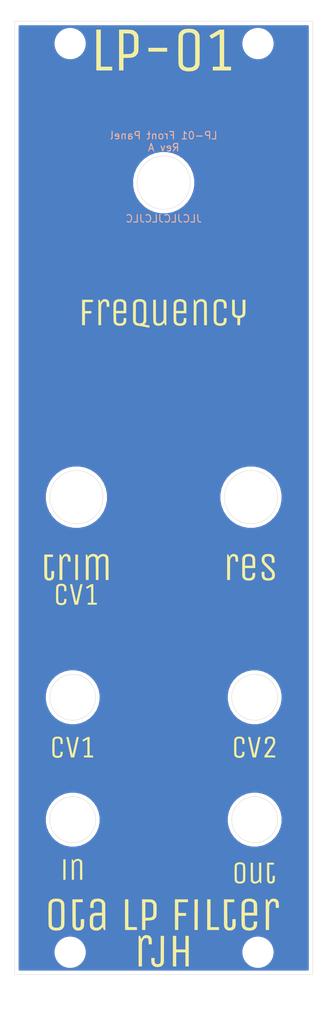
<source format=kicad_pcb>
(kicad_pcb (version 20171130) (host pcbnew "(5.1.4)-1")

  (general
    (thickness 1.6)
    (drawings 21)
    (tracks 0)
    (zones 0)
    (modules 15)
    (nets 1)
  )

  (page USLetter)
  (title_block
    (title "LP-01 Front Panel")
    (date 2019-09-12)
    (rev A)
    (company RJH)
  )

  (layers
    (0 F.Cu signal)
    (31 B.Cu signal)
    (32 B.Adhes user)
    (33 F.Adhes user)
    (34 B.Paste user)
    (35 F.Paste user)
    (36 B.SilkS user)
    (37 F.SilkS user)
    (38 B.Mask user)
    (39 F.Mask user)
    (40 Dwgs.User user)
    (41 Cmts.User user)
    (42 Eco1.User user)
    (43 Eco2.User user)
    (44 Edge.Cuts user)
    (45 Margin user)
    (46 B.CrtYd user)
    (47 F.CrtYd user)
    (48 B.Fab user)
    (49 F.Fab user)
  )

  (setup
    (last_trace_width 0.25)
    (trace_clearance 0.2)
    (zone_clearance 0.508)
    (zone_45_only no)
    (trace_min 0.2)
    (via_size 0.8)
    (via_drill 0.4)
    (via_min_size 0.4)
    (via_min_drill 0.3)
    (uvia_size 0.3)
    (uvia_drill 0.1)
    (uvias_allowed no)
    (uvia_min_size 0.2)
    (uvia_min_drill 0.1)
    (edge_width 0.05)
    (segment_width 0.2)
    (pcb_text_width 0.3)
    (pcb_text_size 1.5 1.5)
    (mod_edge_width 0.12)
    (mod_text_size 1 1)
    (mod_text_width 0.15)
    (pad_size 7.1 7.1)
    (pad_drill 7.1)
    (pad_to_mask_clearance 0.051)
    (solder_mask_min_width 0.25)
    (aux_axis_origin 0 0)
    (grid_origin 113.8 28.8)
    (visible_elements 7FFFFFFF)
    (pcbplotparams
      (layerselection 0x010f0_ffffffff)
      (usegerberextensions true)
      (usegerberattributes false)
      (usegerberadvancedattributes false)
      (creategerberjobfile false)
      (excludeedgelayer false)
      (linewidth 0.150000)
      (plotframeref false)
      (viasonmask false)
      (mode 1)
      (useauxorigin false)
      (hpglpennumber 1)
      (hpglpenspeed 20)
      (hpglpendiameter 15.000000)
      (psnegative false)
      (psa4output false)
      (plotreference true)
      (plotvalue true)
      (plotinvisibletext false)
      (padsonsilk false)
      (subtractmaskfromsilk false)
      (outputformat 1)
      (mirror false)
      (drillshape 0)
      (scaleselection 1)
      (outputdirectory "gerber"))
  )

  (net 0 "")

  (net_class Default "This is the default net class."
    (clearance 0.2)
    (trace_width 0.25)
    (via_dia 0.8)
    (via_drill 0.4)
    (uvia_dia 0.3)
    (uvia_drill 0.1)
  )

  (module Symbols_Custom:M_CV1 (layer F.Cu) (tedit 5D770B97) (tstamp 5D7767F0)
    (at 122.15 107.5)
    (fp_text reference G*** (at 0 -1.4395) (layer F.SilkS) hide
      (effects (font (size 1.524 1.524) (thickness 0.3)))
    )
    (fp_text value LOGO (at 0.75 -1.4395) (layer F.SilkS) hide
      (effects (font (size 1.524 1.524) (thickness 0.3)))
    )
    (fp_poly (pts (xy 2.286 -0.317667) (xy 2.751667 -0.317667) (xy 2.751667 -0.063667) (xy 1.524 -0.063667)
      (xy 1.524 -0.317667) (xy 1.989667 -0.317667) (xy 1.989667 -1.419583) (xy 1.989372 -1.630751)
      (xy 1.988525 -1.8283) (xy 1.987181 -2.008346) (xy 1.985398 -2.167002) (xy 1.983233 -2.300384)
      (xy 1.98074 -2.404607) (xy 1.977978 -2.475785) (xy 1.975001 -2.510034) (xy 1.973792 -2.512541)
      (xy 1.950169 -2.499096) (xy 1.897551 -2.469092) (xy 1.823703 -2.426959) (xy 1.736394 -2.377127)
      (xy 1.735667 -2.376712) (xy 1.644612 -2.324913) (xy 1.563308 -2.278987) (xy 1.500907 -2.244084)
      (xy 1.467502 -2.225842) (xy 1.439529 -2.215742) (xy 1.415934 -2.224465) (xy 1.38777 -2.25857)
      (xy 1.356944 -2.306901) (xy 1.2923 -2.411961) (xy 1.445192 -2.500185) (xy 1.533726 -2.551394)
      (xy 1.640959 -2.613598) (xy 1.749037 -2.676435) (xy 1.792699 -2.701871) (xy 1.881637 -2.752776)
      (xy 1.94632 -2.785634) (xy 1.998673 -2.80438) (xy 2.050621 -2.812946) (xy 2.11409 -2.815267)
      (xy 2.136657 -2.815333) (xy 2.286 -2.815333) (xy 2.286 -0.317667)) (layer F.SilkS) (width 0.01))
    (fp_poly (pts (xy 0.76325 -2.813196) (xy 0.807868 -2.806096) (xy 0.8211 -2.793006) (xy 0.820209 -2.788875)
      (xy 0.813967 -2.764152) (xy 0.799233 -2.701637) (xy 0.77681 -2.604843) (xy 0.7475 -2.477278)
      (xy 0.712103 -2.322453) (xy 0.671423 -2.143878) (xy 0.62626 -1.945062) (xy 0.577418 -1.729517)
      (xy 0.525697 -1.500752) (xy 0.505897 -1.413042) (xy 0.201405 -0.063667) (xy -0.244931 -0.063667)
      (xy -0.549123 -1.413042) (xy -0.601654 -1.645831) (xy -0.651599 -1.866704) (xy -0.698158 -2.072152)
      (xy -0.740531 -2.258664) (xy -0.777917 -2.422729) (xy -0.809515 -2.560838) (xy -0.834525 -2.66948)
      (xy -0.852147 -2.745145) (xy -0.861581 -2.784323) (xy -0.862838 -2.788875) (xy -0.85606 -2.803567)
      (xy -0.819083 -2.81201) (xy -0.746552 -2.815226) (xy -0.724196 -2.815333) (xy -0.630778 -2.811475)
      (xy -0.578428 -2.799835) (xy -0.566422 -2.788875) (xy -0.560122 -2.763843) (xy -0.545436 -2.701289)
      (xy -0.523224 -2.605002) (xy -0.49435 -2.478769) (xy -0.459677 -2.32638) (xy -0.420066 -2.151623)
      (xy -0.376382 -1.958286) (xy -0.329485 -1.750158) (xy -0.294363 -1.593936) (xy -0.245819 -1.37902)
      (xy -0.199752 -1.177405) (xy -0.157025 -0.992708) (xy -0.1185 -0.828547) (xy -0.085038 -0.688538)
      (xy -0.057503 -0.576298) (xy -0.036756 -0.495445) (xy -0.02366 -0.449595) (xy -0.019379 -0.440353)
      (xy -0.012517 -0.463216) (xy 0.002711 -0.523626) (xy 0.025428 -0.617819) (xy 0.054755 -0.742029)
      (xy 0.089813 -0.892494) (xy 0.129723 -1.065447) (xy 0.173607 -1.257125) (xy 0.220586 -1.463764)
      (xy 0.253384 -1.608833) (xy 0.30195 -1.823809) (xy 0.347923 -2.026699) (xy 0.39043 -2.213688)
      (xy 0.428597 -2.380965) (xy 0.46155 -2.524716) (xy 0.488417 -2.641127) (xy 0.508324 -2.726386)
      (xy 0.520398 -2.776679) (xy 0.523655 -2.788875) (xy 0.551863 -2.805368) (xy 0.621168 -2.813954)
      (xy 0.681863 -2.815333) (xy 0.76325 -2.813196)) (layer F.SilkS) (width 0.01))
    (fp_poly (pts (xy -1.843606 -2.858732) (xy -1.804918 -2.850247) (xy -1.664788 -2.80407) (xy -1.554545 -2.742623)
      (xy -1.471447 -2.661549) (xy -1.412753 -2.556488) (xy -1.375718 -2.423082) (xy -1.357601 -2.256971)
      (xy -1.354666 -2.134636) (xy -1.354666 -1.884) (xy -1.651 -1.884) (xy -1.651 -2.133039)
      (xy -1.652289 -2.248731) (xy -1.656922 -2.331533) (xy -1.666044 -2.390831) (xy -1.680804 -2.436011)
      (xy -1.690435 -2.45583) (xy -1.741128 -2.527507) (xy -1.80776 -2.575551) (xy -1.897851 -2.603245)
      (xy -2.01892 -2.613874) (xy -2.053166 -2.61425) (xy -2.182726 -2.607203) (xy -2.279516 -2.583873)
      (xy -2.351056 -2.540977) (xy -2.404864 -2.475229) (xy -2.415898 -2.45583) (xy -2.425326 -2.435925)
      (xy -2.433126 -2.412081) (xy -2.43945 -2.380345) (xy -2.444453 -2.336767) (xy -2.448286 -2.277397)
      (xy -2.451104 -2.198283) (xy -2.45306 -2.095475) (xy -2.454307 -1.965021) (xy -2.454999 -1.80297)
      (xy -2.455288 -1.605371) (xy -2.455333 -1.4395) (xy -2.455238 -1.213964) (xy -2.454851 -1.02681)
      (xy -2.454018 -0.874088) (xy -2.452586 -0.751846) (xy -2.450402 -0.656132) (xy -2.447313 -0.582998)
      (xy -2.443164 -0.52849) (xy -2.437804 -0.488659) (xy -2.431078 -0.459554) (xy -2.422834 -0.437223)
      (xy -2.415898 -0.42317) (xy -2.365205 -0.351493) (xy -2.298573 -0.30345) (xy -2.208482 -0.275755)
      (xy -2.087413 -0.265127) (xy -2.053166 -0.26475) (xy -1.911095 -0.274432) (xy -1.803752 -0.305769)
      (xy -1.727655 -0.362194) (xy -1.679321 -0.447141) (xy -1.655267 -0.564045) (xy -1.651 -0.661295)
      (xy -1.651 -0.825667) (xy -1.354666 -0.825667) (xy -1.354666 -0.660175) (xy -1.367734 -0.479455)
      (xy -1.407849 -0.330502) (xy -1.476383 -0.211426) (xy -1.574707 -0.120336) (xy -1.704191 -0.055343)
      (xy -1.816083 -0.023941) (xy -1.95864 -0.005342) (xy -2.114101 -0.004041) (xy -2.261712 -0.019639)
      (xy -2.326611 -0.033789) (xy -2.47478 -0.08982) (xy -2.589304 -0.17023) (xy -2.672601 -0.277223)
      (xy -2.721701 -0.39416) (xy -2.730188 -0.444693) (xy -2.737416 -0.531992) (xy -2.743393 -0.650506)
      (xy -2.748128 -0.794687) (xy -2.75163 -0.958986) (xy -2.753904 -1.137852) (xy -2.754963 -1.325736)
      (xy -2.754814 -1.517091) (xy -2.753464 -1.706365) (xy -2.750923 -1.88801) (xy -2.747198 -2.056477)
      (xy -2.742299 -2.206216) (xy -2.736232 -2.331678) (xy -2.729008 -2.427313) (xy -2.720634 -2.487573)
      (xy -2.718515 -2.49595) (xy -2.66331 -2.612967) (xy -2.575917 -2.716179) (xy -2.466336 -2.79524)
      (xy -2.400988 -2.824415) (xy -2.276435 -2.855426) (xy -2.129936 -2.872007) (xy -1.979617 -2.873371)
      (xy -1.843606 -2.858732)) (layer F.SilkS) (width 0.01))
  )

  (module Symbols_Custom:M_CV2 (layer F.Cu) (tedit 5D770B9F) (tstamp 5D7763E2)
    (at 146.25 128.1)
    (fp_text reference G*** (at 0 -1.4395) (layer F.SilkS) hide
      (effects (font (size 1.524 1.524) (thickness 0.3)))
    )
    (fp_text value LOGO (at 0.75 -1.4395) (layer F.SilkS) hide
      (effects (font (size 1.524 1.524) (thickness 0.3)))
    )
    (fp_poly (pts (xy 2.154729 -2.872695) (xy 2.316387 -2.851475) (xy 2.446427 -2.812409) (xy 2.552895 -2.752446)
      (xy 2.616544 -2.69757) (xy 2.683374 -2.616343) (xy 2.729752 -2.522993) (xy 2.758134 -2.409389)
      (xy 2.770974 -2.2674) (xy 2.772331 -2.181783) (xy 2.771138 -2.10783) (xy 2.766682 -2.0404)
      (xy 2.757058 -1.975826) (xy 2.740365 -1.910441) (xy 2.714699 -1.84058) (xy 2.678157 -1.762576)
      (xy 2.628838 -1.672762) (xy 2.564837 -1.567474) (xy 2.484252 -1.443043) (xy 2.385181 -1.295804)
      (xy 2.26572 -1.122091) (xy 2.123966 -0.918237) (xy 2.095009 -0.87673) (xy 1.71224 -0.32825)
      (xy 2.242536 -0.322595) (xy 2.772833 -0.31694) (xy 2.772833 -0.063667) (xy 1.3335 -0.063667)
      (xy 1.334646 -0.307083) (xy 1.842906 -1.026432) (xy 1.955052 -1.186036) (xy 2.06169 -1.33948)
      (xy 2.159817 -1.48232) (xy 2.246429 -1.610111) (xy 2.318522 -1.718411) (xy 2.373093 -1.802773)
      (xy 2.407138 -1.858755) (xy 2.413833 -1.871188) (xy 2.444825 -1.938085) (xy 2.463587 -1.99634)
      (xy 2.473085 -2.061) (xy 2.476285 -2.147117) (xy 2.476467 -2.189006) (xy 2.470465 -2.32323)
      (xy 2.450746 -2.423653) (xy 2.414661 -2.497332) (xy 2.359562 -2.551328) (xy 2.334496 -2.567345)
      (xy 2.237057 -2.60506) (xy 2.122747 -2.620914) (xy 2.003897 -2.615957) (xy 1.892838 -2.591244)
      (xy 1.801901 -2.547826) (xy 1.767354 -2.518935) (xy 1.726788 -2.462854) (xy 1.69875 -2.388782)
      (xy 1.681651 -2.289669) (xy 1.673901 -2.158466) (xy 1.673088 -2.100958) (xy 1.672167 -1.926333)
      (xy 1.520885 -1.926334) (xy 1.369604 -1.926334) (xy 1.381099 -2.175815) (xy 1.390858 -2.326446)
      (xy 1.405819 -2.443056) (xy 1.428053 -2.533841) (xy 1.459634 -2.606998) (xy 1.502635 -2.670723)
      (xy 1.507874 -2.677174) (xy 1.605867 -2.763782) (xy 1.735299 -2.826766) (xy 1.891589 -2.864743)
      (xy 2.070154 -2.876326) (xy 2.154729 -2.872695)) (layer F.SilkS) (width 0.01))
    (fp_poly (pts (xy 0.48733 -1.445644) (xy 0.177793 -0.07425) (xy -0.271497 -0.062272) (xy -0.286322 -0.131761)
      (xy -0.294879 -0.170682) (xy -0.311557 -0.245458) (xy -0.335366 -0.351709) (xy -0.365318 -0.485055)
      (xy -0.400425 -0.641119) (xy -0.439697 -0.815519) (xy -0.482147 -1.003878) (xy -0.526785 -1.201815)
      (xy -0.572622 -1.404952) (xy -0.618672 -1.608909) (xy -0.663943 -1.809307) (xy -0.707449 -2.001767)
      (xy -0.7482 -2.18191) (xy -0.785208 -2.345356) (xy -0.817484 -2.487726) (xy -0.844039 -2.60464)
      (xy -0.863885 -2.69172) (xy -0.876033 -2.744587) (xy -0.879261 -2.758243) (xy -0.893589 -2.815333)
      (xy -0.745423 -2.815333) (xy -0.667711 -2.814477) (xy -0.622149 -2.80948) (xy -0.598553 -2.796702)
      (xy -0.586743 -2.772504) (xy -0.582612 -2.757125) (xy -0.572495 -2.714683) (xy -0.55476 -2.637837)
      (xy -0.530422 -2.531133) (xy -0.500498 -2.399114) (xy -0.466005 -2.246324) (xy -0.427957 -2.077306)
      (xy -0.387372 -1.896604) (xy -0.345266 -1.708762) (xy -0.302653 -1.518323) (xy -0.260551 -1.329832)
      (xy -0.219976 -1.147832) (xy -0.181944 -0.976866) (xy -0.147471 -0.821479) (xy -0.117572 -0.686215)
      (xy -0.093265 -0.575616) (xy -0.075565 -0.494226) (xy -0.065489 -0.446591) (xy -0.063508 -0.435847)
      (xy -0.061824 -0.421039) (xy -0.056421 -0.425754) (xy -0.046742 -0.452247) (xy -0.032228 -0.502772)
      (xy -0.012324 -0.579584) (xy 0.013528 -0.684937) (xy 0.045885 -0.821085) (xy 0.085304 -0.990284)
      (xy 0.132342 -1.194787) (xy 0.187556 -1.436849) (xy 0.229908 -1.623403) (xy 0.497704 -2.80475)
      (xy 0.647285 -2.810894) (xy 0.796867 -2.817037) (xy 0.48733 -1.445644)) (layer F.SilkS) (width 0.01))
    (fp_poly (pts (xy -1.958154 -2.86747) (xy -1.882967 -2.863605) (xy -1.825325 -2.854366) (xy -1.772837 -2.837466)
      (xy -1.713112 -2.810617) (xy -1.689971 -2.799315) (xy -1.584432 -2.737893) (xy -1.5039 -2.666787)
      (xy -1.445587 -2.579995) (xy -1.406707 -2.471514) (xy -1.384471 -2.335343) (xy -1.376094 -2.165478)
      (xy -1.375833 -2.122804) (xy -1.375833 -1.884) (xy -1.672167 -1.884) (xy -1.672167 -2.116405)
      (xy -1.677901 -2.276833) (xy -1.697376 -2.400429) (xy -1.734002 -2.491414) (xy -1.79119 -2.55401)
      (xy -1.872349 -2.592438) (xy -1.98089 -2.61092) (xy -2.074333 -2.61425) (xy -2.206786 -2.606673)
      (xy -2.306016 -2.582002) (xy -2.378686 -2.537325) (xy -2.43146 -2.469733) (xy -2.439426 -2.45478)
      (xy -2.448312 -2.434129) (xy -2.455664 -2.408015) (xy -2.461625 -2.372511) (xy -2.466339 -2.323688)
      (xy -2.469948 -2.257615) (xy -2.472597 -2.170365) (xy -2.474428 -2.058008) (xy -2.475585 -1.916616)
      (xy -2.476211 -1.742259) (xy -2.476449 -1.531007) (xy -2.476467 -1.43917) (xy -2.47638 -1.213678)
      (xy -2.475999 -1.026566) (xy -2.475171 -0.873885) (xy -2.473743 -0.751681) (xy -2.471562 -0.656003)
      (xy -2.468473 -0.5829) (xy -2.464325 -0.528419) (xy -2.458964 -0.488608) (xy -2.452235 -0.459517)
      (xy -2.443988 -0.437192) (xy -2.437065 -0.42317) (xy -2.386372 -0.351493) (xy -2.31974 -0.30345)
      (xy -2.229649 -0.275755) (xy -2.10858 -0.265127) (xy -2.074333 -0.26475) (xy -1.97813 -0.266707)
      (xy -1.911151 -0.274195) (xy -1.860403 -0.289641) (xy -1.817177 -0.312782) (xy -1.745896 -0.377145)
      (xy -1.699301 -0.46822) (xy -1.675818 -0.589969) (xy -1.672167 -0.677929) (xy -1.672167 -0.825667)
      (xy -1.375833 -0.825667) (xy -1.375833 -0.660175) (xy -1.389193 -0.479269) (xy -1.430079 -0.329853)
      (xy -1.499703 -0.210256) (xy -1.599277 -0.118807) (xy -1.730013 -0.053834) (xy -1.83725 -0.023941)
      (xy -1.979807 -0.005342) (xy -2.135268 -0.004041) (xy -2.282879 -0.019639) (xy -2.347778 -0.033789)
      (xy -2.490424 -0.086437) (xy -2.600266 -0.160155) (xy -2.658654 -0.223469) (xy -2.684418 -0.258784)
      (xy -2.705989 -0.293988) (xy -2.723739 -0.333034) (xy -2.73804 -0.379877) (xy -2.749263 -0.438471)
      (xy -2.757778 -0.512768) (xy -2.763959 -0.606724) (xy -2.768175 -0.724291) (xy -2.770799 -0.869424)
      (xy -2.772201 -1.046076) (xy -2.772753 -1.258201) (xy -2.772833 -1.439022) (xy -2.772702 -1.683421)
      (xy -2.771985 -1.889368) (xy -2.770199 -2.060743) (xy -2.76686 -2.201428) (xy -2.761487 -2.315304)
      (xy -2.753595 -2.406252) (xy -2.742701 -2.478153) (xy -2.728323 -2.534887) (xy -2.709975 -2.580336)
      (xy -2.687177 -2.618381) (xy -2.659443 -2.652903) (xy -2.626292 -2.687783) (xy -2.616063 -2.698051)
      (xy -2.53415 -2.767414) (xy -2.44352 -2.816516) (xy -2.335767 -2.847944) (xy -2.202485 -2.864286)
      (xy -2.063276 -2.86825) (xy -1.958154 -2.86747)) (layer F.SilkS) (width 0.01))
  )

  (module Symbols_Custom:M_Out (layer F.Cu) (tedit 5D770BAB) (tstamp 5D776463)
    (at 146.25 145.045)
    (fp_text reference G*** (at 0 -1.4395) (layer F.SilkS) hide
      (effects (font (size 1.524 1.524) (thickness 0.3)))
    )
    (fp_text value LOGO (at 0.75 -1.4395) (layer F.SilkS) hide
      (effects (font (size 1.524 1.524) (thickness 0.3)))
    )
    (fp_poly (pts (xy 2.6035 -2.561333) (xy 2.285439 -2.561334) (xy 1.967378 -2.561334) (xy 1.97323 -1.483367)
      (xy 1.974581 -1.242112) (xy 1.975895 -1.039572) (xy 1.977333 -0.872129) (xy 1.979056 -0.736165)
      (xy 1.981224 -0.628063) (xy 1.983995 -0.544203) (xy 1.987532 -0.48097) (xy 1.991993 -0.434744)
      (xy 1.997539 -0.401908) (xy 2.00433 -0.378844) (xy 2.012526 -0.361933) (xy 2.022287 -0.347559)
      (xy 2.023571 -0.345833) (xy 2.09151 -0.286596) (xy 2.17462 -0.260148) (xy 2.261293 -0.266492)
      (xy 2.339921 -0.305628) (xy 2.379096 -0.345768) (xy 2.396629 -0.373156) (xy 2.409213 -0.405947)
      (xy 2.417889 -0.451757) (xy 2.423697 -0.518198) (xy 2.427676 -0.612884) (xy 2.4304 -0.721302)
      (xy 2.437216 -1.037333) (xy 2.734851 -1.037333) (xy 2.726696 -0.693375) (xy 2.722663 -0.55692)
      (xy 2.717435 -0.455535) (xy 2.710196 -0.381958) (xy 2.700131 -0.328929) (xy 2.686423 -0.289185)
      (xy 2.679712 -0.275333) (xy 2.601339 -0.159545) (xy 2.503547 -0.078223) (xy 2.381699 -0.028593)
      (xy 2.233083 -0.007966) (xy 2.149931 -0.007012) (xy 2.076948 -0.011028) (xy 2.031863 -0.018686)
      (xy 1.898479 -0.079212) (xy 1.798674 -0.163782) (xy 1.729127 -0.275692) (xy 1.704438 -0.343679)
      (xy 1.697321 -0.373076) (xy 1.691298 -0.411745) (xy 1.686285 -0.463121) (xy 1.682195 -0.530642)
      (xy 1.678941 -0.617745) (xy 1.676439 -0.727866) (xy 1.674602 -0.864442) (xy 1.673344 -1.03091)
      (xy 1.672579 -1.230708) (xy 1.672221 -1.467271) (xy 1.672167 -1.633842) (xy 1.672167 -2.815333)
      (xy 2.6035 -2.815333) (xy 2.6035 -2.561333)) (layer F.SilkS) (width 0.01))
    (fp_poly (pts (xy -0.232833 -2.815333) (xy -0.231639 -1.656458) (xy -0.231054 -1.378501) (xy -0.229884 -1.140707)
      (xy -0.228082 -0.940911) (xy -0.225602 -0.776947) (xy -0.222398 -0.646649) (xy -0.218422 -0.54785)
      (xy -0.213629 -0.478385) (xy -0.207971 -0.436088) (xy -0.20518 -0.425483) (xy -0.156184 -0.344855)
      (xy -0.078757 -0.288849) (xy 0.019757 -0.259455) (xy 0.132014 -0.25866) (xy 0.25067 -0.288454)
      (xy 0.270719 -0.296605) (xy 0.355965 -0.345483) (xy 0.441533 -0.414693) (xy 0.51532 -0.492701)
      (xy 0.565219 -0.567971) (xy 0.572085 -0.583791) (xy 0.576654 -0.617054) (xy 0.580757 -0.689733)
      (xy 0.584341 -0.79891) (xy 0.587354 -0.94167) (xy 0.589742 -1.115095) (xy 0.591455 -1.31627)
      (xy 0.592439 -1.542277) (xy 0.592667 -1.726628) (xy 0.592667 -2.815333) (xy 0.889 -2.815333)
      (xy 0.889 -0.063667) (xy 0.825784 -0.063667) (xy 0.794318 -0.066073) (xy 0.76985 -0.077982)
      (xy 0.747285 -0.106434) (xy 0.721527 -0.158464) (xy 0.687482 -0.241112) (xy 0.675609 -0.271109)
      (xy 0.664371 -0.294274) (xy 0.650042 -0.299979) (xy 0.625381 -0.284599) (xy 0.58315 -0.244513)
      (xy 0.545096 -0.205794) (xy 0.413242 -0.099086) (xy 0.264836 -0.030795) (xy 0.102431 -0.001562)
      (xy -0.071421 -0.012029) (xy -0.154231 -0.03027) (xy -0.283209 -0.086171) (xy -0.390531 -0.176477)
      (xy -0.465667 -0.286998) (xy -0.518583 -0.39175) (xy -0.524538 -1.603542) (xy -0.530492 -2.815334)
      (xy -0.381663 -2.815334) (xy -0.232833 -2.815333)) (layer F.SilkS) (width 0.01))
    (fp_poly (pts (xy -1.716338 -2.844971) (xy -1.566524 -2.790961) (xy -1.445272 -2.711702) (xy -1.355288 -2.608502)
      (xy -1.301542 -2.490531) (xy -1.293213 -2.440377) (xy -1.286018 -2.353517) (xy -1.279962 -2.235487)
      (xy -1.275048 -2.091824) (xy -1.271282 -1.928068) (xy -1.268667 -1.749755) (xy -1.267207 -1.562424)
      (xy -1.266906 -1.371611) (xy -1.26777 -1.182856) (xy -1.269801 -1.001695) (xy -1.273004 -0.833666)
      (xy -1.277383 -0.684307) (xy -1.282942 -0.559156) (xy -1.289686 -0.46375) (xy -1.297619 -0.403627)
      (xy -1.299966 -0.39416) (xy -1.350538 -0.275591) (xy -1.426535 -0.181917) (xy -1.535084 -0.105117)
      (xy -1.575604 -0.0839) (xy -1.644235 -0.052286) (xy -1.704365 -0.0318) (xy -1.769799 -0.019544)
      (xy -1.854343 -0.012616) (xy -1.930041 -0.009462) (xy -2.033361 -0.008141) (xy -2.131246 -0.010726)
      (xy -2.209306 -0.016668) (xy -2.238957 -0.021248) (xy -2.341575 -0.053999) (xy -2.445918 -0.105436)
      (xy -2.537122 -0.167055) (xy -2.597246 -0.226212) (xy -2.622541 -0.260987) (xy -2.64372 -0.295904)
      (xy -2.661148 -0.334905) (xy -2.67519 -0.381935) (xy -2.686209 -0.440937) (xy -2.69457 -0.515857)
      (xy -2.700638 -0.610638) (xy -2.704776 -0.729224) (xy -2.70735 -0.87556) (xy -2.708723 -1.053589)
      (xy -2.70926 -1.267255) (xy -2.709333 -1.4395) (xy -2.70933 -1.444279) (xy -2.413 -1.444279)
      (xy -2.412918 -1.219738) (xy -2.412562 -1.033531) (xy -2.411771 -0.881659) (xy -2.410382 -0.760123)
      (xy -2.408234 -0.664924) (xy -2.405165 -0.592062) (xy -2.401013 -0.537539) (xy -2.395615 -0.497356)
      (xy -2.388809 -0.467514) (xy -2.380434 -0.444012) (xy -2.371723 -0.42557) (xy -2.308118 -0.345797)
      (xy -2.209544 -0.288286) (xy -2.148417 -0.268057) (xy -2.079055 -0.259489) (xy -1.98553 -0.26075)
      (xy -1.884455 -0.270291) (xy -1.792441 -0.286565) (xy -1.72769 -0.307257) (xy -1.652724 -0.360456)
      (xy -1.606447 -0.432478) (xy -1.59696 -0.455892) (xy -1.589133 -0.483182) (xy -1.582806 -0.518406)
      (xy -1.577823 -0.565621) (xy -1.574024 -0.628886) (xy -1.571253 -0.712258) (xy -1.569352 -0.819795)
      (xy -1.568162 -0.955556) (xy -1.567525 -1.123597) (xy -1.567285 -1.327977) (xy -1.567263 -1.4395)
      (xy -1.567371 -1.662652) (xy -1.567799 -1.847528) (xy -1.568705 -1.998187) (xy -1.570247 -2.118687)
      (xy -1.572584 -2.213085) (xy -1.575872 -2.285439) (xy -1.58027 -2.339808) (xy -1.585936 -2.380248)
      (xy -1.593028 -2.410818) (xy -1.601703 -2.435575) (xy -1.606447 -2.446523) (xy -1.652212 -2.519028)
      (xy -1.716805 -2.569099) (xy -1.806491 -2.599476) (xy -1.927533 -2.612899) (xy -1.989667 -2.614141)
      (xy -2.130847 -2.605393) (xy -2.238419 -2.577524) (xy -2.317558 -2.52839) (xy -2.373435 -2.455845)
      (xy -2.374019 -2.454762) (xy -2.383366 -2.434936) (xy -2.391094 -2.410887) (xy -2.397357 -2.378659)
      (xy -2.402306 -2.334297) (xy -2.406094 -2.273845) (xy -2.408874 -2.193348) (xy -2.410798 -2.08885)
      (xy -2.41202 -1.956396) (xy -2.412691 -1.792031) (xy -2.412964 -1.591799) (xy -2.413 -1.444279)
      (xy -2.70933 -1.444279) (xy -2.70917 -1.680252) (xy -2.708433 -1.882625) (xy -2.706747 -2.050576)
      (xy -2.703741 -2.188058) (xy -2.699041 -2.299028) (xy -2.692275 -2.387438) (xy -2.683069 -2.457246)
      (xy -2.671051 -2.512405) (xy -2.655847 -2.55687) (xy -2.637085 -2.594597) (xy -2.614392 -2.62954)
      (xy -2.594596 -2.656263) (xy -2.509636 -2.736383) (xy -2.392223 -2.80138) (xy -2.25062 -2.847713)
      (xy -2.093091 -2.871845) (xy -2.090823 -2.872008) (xy -1.892006 -2.872422) (xy -1.716338 -2.844971)) (layer F.SilkS) (width 0.01))
  )

  (module Symbols_Custom:M_In (layer F.Cu) (tedit 5D770BA4) (tstamp 5D77641A)
    (at 121.65 144.545)
    (fp_text reference G*** (at 0 -1.4395) (layer F.SilkS) hide
      (effects (font (size 1.524 1.524) (thickness 0.3)))
    )
    (fp_text value LOGO (at 0.75 -1.4395) (layer F.SilkS) hide
      (effects (font (size 1.524 1.524) (thickness 0.3)))
    )
    (fp_poly (pts (xy 0.756283 -2.830237) (xy 0.921185 -2.801886) (xy 1.055819 -2.744139) (xy 1.160012 -2.657117)
      (xy 1.233594 -2.540941) (xy 1.258508 -2.473124) (xy 1.265729 -2.443586) (xy 1.271834 -2.405248)
      (xy 1.276911 -2.354635) (xy 1.281048 -2.28827) (xy 1.284334 -2.202677) (xy 1.286859 -2.09438)
      (xy 1.28871 -1.959904) (xy 1.289976 -1.795771) (xy 1.290745 -1.598506) (xy 1.291107 -1.364633)
      (xy 1.291166 -1.192242) (xy 1.291166 -0.021334) (xy 0.994833 -0.021334) (xy 0.994368 -1.180209)
      (xy 0.994207 -1.431842) (xy 0.993862 -1.644711) (xy 0.993215 -1.822385) (xy 0.992146 -1.968435)
      (xy 0.990537 -2.086429) (xy 0.988268 -2.179936) (xy 0.985221 -2.252527) (xy 0.981276 -2.30777)
      (xy 0.976315 -2.349236) (xy 0.970219 -2.380492) (xy 0.962868 -2.40511) (xy 0.954144 -2.426657)
      (xy 0.952713 -2.429839) (xy 0.894274 -2.51137) (xy 0.809021 -2.562801) (xy 0.701108 -2.582896)
      (xy 0.574687 -2.57042) (xy 0.524175 -2.557338) (xy 0.450877 -2.522562) (xy 0.3686 -2.46429)
      (xy 0.289895 -2.393521) (xy 0.227316 -2.321256) (xy 0.19804 -2.271567) (xy 0.191359 -2.247736)
      (xy 0.185736 -2.208756) (xy 0.181094 -2.151425) (xy 0.177352 -2.072544) (xy 0.174432 -1.968913)
      (xy 0.172254 -1.837332) (xy 0.170739 -1.674601) (xy 0.169808 -1.477519) (xy 0.169382 -1.242888)
      (xy 0.169333 -1.112097) (xy 0.169333 -0.021334) (xy -0.127 -0.021334) (xy -0.127 -2.775683)
      (xy -0.060997 -2.76905) (xy -0.02175 -2.760821) (xy 0.005365 -2.739035) (xy 0.029367 -2.693481)
      (xy 0.047677 -2.646) (xy 0.071364 -2.582597) (xy 0.088939 -2.537819) (xy 0.095479 -2.523375)
      (xy 0.111609 -2.534367) (xy 0.150209 -2.569042) (xy 0.204114 -2.620854) (xy 0.227001 -2.643556)
      (xy 0.337003 -2.737983) (xy 0.448799 -2.798424) (xy 0.573117 -2.828663) (xy 0.720686 -2.832485)
      (xy 0.756283 -2.830237)) (layer F.SilkS) (width 0.01))
    (fp_poly (pts (xy -0.973667 -0.021334) (xy -1.27 -0.021334) (xy -1.27 -2.773) (xy -0.973667 -2.773)
      (xy -0.973667 -0.021334)) (layer F.SilkS) (width 0.01))
  )

  (module Symbols_Custom:M_CV1 (layer F.Cu) (tedit 5D770B97) (tstamp 5D77639F)
    (at 121.65 128.1)
    (fp_text reference G*** (at 0 -1.4395) (layer F.SilkS) hide
      (effects (font (size 1.524 1.524) (thickness 0.3)))
    )
    (fp_text value LOGO (at 0.75 -1.4395) (layer F.SilkS) hide
      (effects (font (size 1.524 1.524) (thickness 0.3)))
    )
    (fp_poly (pts (xy 2.286 -0.317667) (xy 2.751667 -0.317667) (xy 2.751667 -0.063667) (xy 1.524 -0.063667)
      (xy 1.524 -0.317667) (xy 1.989667 -0.317667) (xy 1.989667 -1.419583) (xy 1.989372 -1.630751)
      (xy 1.988525 -1.8283) (xy 1.987181 -2.008346) (xy 1.985398 -2.167002) (xy 1.983233 -2.300384)
      (xy 1.98074 -2.404607) (xy 1.977978 -2.475785) (xy 1.975001 -2.510034) (xy 1.973792 -2.512541)
      (xy 1.950169 -2.499096) (xy 1.897551 -2.469092) (xy 1.823703 -2.426959) (xy 1.736394 -2.377127)
      (xy 1.735667 -2.376712) (xy 1.644612 -2.324913) (xy 1.563308 -2.278987) (xy 1.500907 -2.244084)
      (xy 1.467502 -2.225842) (xy 1.439529 -2.215742) (xy 1.415934 -2.224465) (xy 1.38777 -2.25857)
      (xy 1.356944 -2.306901) (xy 1.2923 -2.411961) (xy 1.445192 -2.500185) (xy 1.533726 -2.551394)
      (xy 1.640959 -2.613598) (xy 1.749037 -2.676435) (xy 1.792699 -2.701871) (xy 1.881637 -2.752776)
      (xy 1.94632 -2.785634) (xy 1.998673 -2.80438) (xy 2.050621 -2.812946) (xy 2.11409 -2.815267)
      (xy 2.136657 -2.815333) (xy 2.286 -2.815333) (xy 2.286 -0.317667)) (layer F.SilkS) (width 0.01))
    (fp_poly (pts (xy 0.76325 -2.813196) (xy 0.807868 -2.806096) (xy 0.8211 -2.793006) (xy 0.820209 -2.788875)
      (xy 0.813967 -2.764152) (xy 0.799233 -2.701637) (xy 0.77681 -2.604843) (xy 0.7475 -2.477278)
      (xy 0.712103 -2.322453) (xy 0.671423 -2.143878) (xy 0.62626 -1.945062) (xy 0.577418 -1.729517)
      (xy 0.525697 -1.500752) (xy 0.505897 -1.413042) (xy 0.201405 -0.063667) (xy -0.244931 -0.063667)
      (xy -0.549123 -1.413042) (xy -0.601654 -1.645831) (xy -0.651599 -1.866704) (xy -0.698158 -2.072152)
      (xy -0.740531 -2.258664) (xy -0.777917 -2.422729) (xy -0.809515 -2.560838) (xy -0.834525 -2.66948)
      (xy -0.852147 -2.745145) (xy -0.861581 -2.784323) (xy -0.862838 -2.788875) (xy -0.85606 -2.803567)
      (xy -0.819083 -2.81201) (xy -0.746552 -2.815226) (xy -0.724196 -2.815333) (xy -0.630778 -2.811475)
      (xy -0.578428 -2.799835) (xy -0.566422 -2.788875) (xy -0.560122 -2.763843) (xy -0.545436 -2.701289)
      (xy -0.523224 -2.605002) (xy -0.49435 -2.478769) (xy -0.459677 -2.32638) (xy -0.420066 -2.151623)
      (xy -0.376382 -1.958286) (xy -0.329485 -1.750158) (xy -0.294363 -1.593936) (xy -0.245819 -1.37902)
      (xy -0.199752 -1.177405) (xy -0.157025 -0.992708) (xy -0.1185 -0.828547) (xy -0.085038 -0.688538)
      (xy -0.057503 -0.576298) (xy -0.036756 -0.495445) (xy -0.02366 -0.449595) (xy -0.019379 -0.440353)
      (xy -0.012517 -0.463216) (xy 0.002711 -0.523626) (xy 0.025428 -0.617819) (xy 0.054755 -0.742029)
      (xy 0.089813 -0.892494) (xy 0.129723 -1.065447) (xy 0.173607 -1.257125) (xy 0.220586 -1.463764)
      (xy 0.253384 -1.608833) (xy 0.30195 -1.823809) (xy 0.347923 -2.026699) (xy 0.39043 -2.213688)
      (xy 0.428597 -2.380965) (xy 0.46155 -2.524716) (xy 0.488417 -2.641127) (xy 0.508324 -2.726386)
      (xy 0.520398 -2.776679) (xy 0.523655 -2.788875) (xy 0.551863 -2.805368) (xy 0.621168 -2.813954)
      (xy 0.681863 -2.815333) (xy 0.76325 -2.813196)) (layer F.SilkS) (width 0.01))
    (fp_poly (pts (xy -1.843606 -2.858732) (xy -1.804918 -2.850247) (xy -1.664788 -2.80407) (xy -1.554545 -2.742623)
      (xy -1.471447 -2.661549) (xy -1.412753 -2.556488) (xy -1.375718 -2.423082) (xy -1.357601 -2.256971)
      (xy -1.354666 -2.134636) (xy -1.354666 -1.884) (xy -1.651 -1.884) (xy -1.651 -2.133039)
      (xy -1.652289 -2.248731) (xy -1.656922 -2.331533) (xy -1.666044 -2.390831) (xy -1.680804 -2.436011)
      (xy -1.690435 -2.45583) (xy -1.741128 -2.527507) (xy -1.80776 -2.575551) (xy -1.897851 -2.603245)
      (xy -2.01892 -2.613874) (xy -2.053166 -2.61425) (xy -2.182726 -2.607203) (xy -2.279516 -2.583873)
      (xy -2.351056 -2.540977) (xy -2.404864 -2.475229) (xy -2.415898 -2.45583) (xy -2.425326 -2.435925)
      (xy -2.433126 -2.412081) (xy -2.43945 -2.380345) (xy -2.444453 -2.336767) (xy -2.448286 -2.277397)
      (xy -2.451104 -2.198283) (xy -2.45306 -2.095475) (xy -2.454307 -1.965021) (xy -2.454999 -1.80297)
      (xy -2.455288 -1.605371) (xy -2.455333 -1.4395) (xy -2.455238 -1.213964) (xy -2.454851 -1.02681)
      (xy -2.454018 -0.874088) (xy -2.452586 -0.751846) (xy -2.450402 -0.656132) (xy -2.447313 -0.582998)
      (xy -2.443164 -0.52849) (xy -2.437804 -0.488659) (xy -2.431078 -0.459554) (xy -2.422834 -0.437223)
      (xy -2.415898 -0.42317) (xy -2.365205 -0.351493) (xy -2.298573 -0.30345) (xy -2.208482 -0.275755)
      (xy -2.087413 -0.265127) (xy -2.053166 -0.26475) (xy -1.911095 -0.274432) (xy -1.803752 -0.305769)
      (xy -1.727655 -0.362194) (xy -1.679321 -0.447141) (xy -1.655267 -0.564045) (xy -1.651 -0.661295)
      (xy -1.651 -0.825667) (xy -1.354666 -0.825667) (xy -1.354666 -0.660175) (xy -1.367734 -0.479455)
      (xy -1.407849 -0.330502) (xy -1.476383 -0.211426) (xy -1.574707 -0.120336) (xy -1.704191 -0.055343)
      (xy -1.816083 -0.023941) (xy -1.95864 -0.005342) (xy -2.114101 -0.004041) (xy -2.261712 -0.019639)
      (xy -2.326611 -0.033789) (xy -2.47478 -0.08982) (xy -2.589304 -0.17023) (xy -2.672601 -0.277223)
      (xy -2.721701 -0.39416) (xy -2.730188 -0.444693) (xy -2.737416 -0.531992) (xy -2.743393 -0.650506)
      (xy -2.748128 -0.794687) (xy -2.75163 -0.958986) (xy -2.753904 -1.137852) (xy -2.754963 -1.325736)
      (xy -2.754814 -1.517091) (xy -2.753464 -1.706365) (xy -2.750923 -1.88801) (xy -2.747198 -2.056477)
      (xy -2.742299 -2.206216) (xy -2.736232 -2.331678) (xy -2.729008 -2.427313) (xy -2.720634 -2.487573)
      (xy -2.718515 -2.49595) (xy -2.66331 -2.612967) (xy -2.575917 -2.716179) (xy -2.466336 -2.79524)
      (xy -2.400988 -2.824415) (xy -2.276435 -2.855426) (xy -2.129936 -2.872007) (xy -1.979617 -2.873371)
      (xy -1.843606 -2.858732)) (layer F.SilkS) (width 0.01))
  )

  (module Symbols_Custom:L_Trim (layer F.Cu) (tedit 5D770A5B) (tstamp 5D7761CE)
    (at 122.15 104.2)
    (fp_text reference G*** (at 0 -2.299) (layer F.SilkS) hide
      (effects (font (size 1.524 1.524) (thickness 0.3)))
    )
    (fp_text value LOGO (at 0.75 -2.299) (layer F.SilkS) hide
      (effects (font (size 1.524 1.524) (thickness 0.3)))
    )
    (fp_poly (pts (xy 2.396004 -3.588801) (xy 2.560986 -3.550989) (xy 2.703455 -3.481666) (xy 2.819578 -3.382445)
      (xy 2.870506 -3.316207) (xy 2.936428 -3.215838) (xy 2.968075 -3.264127) (xy 3.076969 -3.392715)
      (xy 3.213687 -3.49247) (xy 3.372213 -3.560001) (xy 3.546534 -3.591916) (xy 3.549562 -3.592128)
      (xy 3.733387 -3.5891) (xy 3.89928 -3.555083) (xy 4.042667 -3.49187) (xy 4.158978 -3.401254)
      (xy 4.216527 -3.330556) (xy 4.239338 -3.295903) (xy 4.259128 -3.262495) (xy 4.276114 -3.227203)
      (xy 4.290509 -3.186898) (xy 4.302528 -3.138453) (xy 4.312384 -3.078739) (xy 4.320293 -3.004628)
      (xy 4.326469 -2.912991) (xy 4.331125 -2.8007) (xy 4.334477 -2.664626) (xy 4.336738 -2.501642)
      (xy 4.338124 -2.308618) (xy 4.338847 -2.082427) (xy 4.339124 -1.819939) (xy 4.339167 -1.540553)
      (xy 4.339167 -0.0845) (xy 3.959002 -0.0845) (xy 3.953293 -1.575208) (xy 3.952169 -1.862345)
      (xy 3.951092 -2.110177) (xy 3.949965 -2.321733) (xy 3.948691 -2.50004) (xy 3.947174 -2.648127)
      (xy 3.945318 -2.769022) (xy 3.943025 -2.865753) (xy 3.9402 -2.94135) (xy 3.936746 -2.998838)
      (xy 3.932567 -3.041249) (xy 3.927566 -3.071608) (xy 3.921647 -3.092945) (xy 3.914712 -3.108288)
      (xy 3.906667 -3.120665) (xy 3.903942 -3.124359) (xy 3.839752 -3.198106) (xy 3.773304 -3.242735)
      (xy 3.691376 -3.264377) (xy 3.591414 -3.269255) (xy 3.488781 -3.264015) (xy 3.410496 -3.247312)
      (xy 3.348671 -3.220713) (xy 3.21201 -3.129142) (xy 3.100926 -3.014087) (xy 3.038628 -2.915309)
      (xy 2.9845 -2.806688) (xy 2.9845 -0.0845) (xy 2.626047 -0.0845) (xy 2.620065 -1.550291)
      (xy 2.618874 -1.835028) (xy 2.617725 -2.080542) (xy 2.616521 -2.289944) (xy 2.61516 -2.466344)
      (xy 2.613545 -2.612854) (xy 2.611575 -2.732582) (xy 2.609151 -2.828641) (xy 2.606174 -2.90414)
      (xy 2.602544 -2.962191) (xy 2.598162 -3.005902) (xy 2.592929 -3.038386) (xy 2.586745 -3.062752)
      (xy 2.579511 -3.082112) (xy 2.571127 -3.099575) (xy 2.570524 -3.10075) (xy 2.503651 -3.188611)
      (xy 2.412844 -3.24664) (xy 2.304165 -3.274875) (xy 2.183678 -3.273355) (xy 2.057445 -3.242117)
      (xy 1.931529 -3.1812) (xy 1.817847 -3.095985) (xy 1.785578 -3.067507) (xy 1.757749 -3.042462)
      (xy 1.734031 -3.017663) (xy 1.714098 -2.989923) (xy 1.697622 -2.956056) (xy 1.684276 -2.912874)
      (xy 1.673732 -2.857191) (xy 1.665663 -2.78582) (xy 1.659742 -2.695574) (xy 1.655642 -2.583266)
      (xy 1.653034 -2.445709) (xy 1.651592 -2.279717) (xy 1.650988 -2.082103) (xy 1.650895 -1.84968)
      (xy 1.650986 -1.57926) (xy 1.651 -1.47176) (xy 1.651 -0.0845) (xy 1.27 -0.0845)
      (xy 1.27 -3.5135) (xy 1.435039 -3.5135) (xy 1.492938 -3.35475) (xy 1.521432 -3.280801)
      (xy 1.545725 -3.225288) (xy 1.561571 -3.197695) (xy 1.563877 -3.196262) (xy 1.582514 -3.212496)
      (xy 1.612958 -3.252635) (xy 1.622955 -3.267628) (xy 1.721116 -3.382828) (xy 1.849448 -3.478141)
      (xy 1.998388 -3.54828) (xy 2.15837 -3.587956) (xy 2.21234 -3.593487) (xy 2.396004 -3.588801)) (layer F.SilkS) (width 0.01))
    (fp_poly (pts (xy 0.211667 -0.0845) (xy -0.148166 -0.0845) (xy -0.148166 -3.5135) (xy 0.211667 -3.5135)
      (xy 0.211667 -0.0845)) (layer F.SilkS) (width 0.01))
    (fp_poly (pts (xy -1.265822 -3.585672) (xy -1.123008 -3.538151) (xy -0.999267 -3.458247) (xy -0.970448 -3.431582)
      (xy -0.909191 -3.361115) (xy -0.863857 -3.284372) (xy -0.832226 -3.193635) (xy -0.812074 -3.081184)
      (xy -0.801181 -2.9393) (xy -0.798096 -2.832788) (xy -0.79375 -2.571583) (xy -0.965792 -2.565477)
      (xy -1.137835 -2.559371) (xy -1.147036 -2.819477) (xy -1.155002 -2.961362) (xy -1.168979 -3.067449)
      (xy -1.191265 -3.144111) (xy -1.224157 -3.197722) (xy -1.269953 -3.234652) (xy -1.302476 -3.250584)
      (xy -1.416579 -3.277314) (xy -1.528154 -3.263115) (xy -1.633267 -3.209367) (xy -1.727984 -3.117451)
      (xy -1.744768 -3.09539) (xy -1.773646 -3.055736) (xy -1.798529 -3.019929) (xy -1.819729 -2.984634)
      (xy -1.837559 -2.946516) (xy -1.852332 -2.90224) (xy -1.864359 -2.848472) (xy -1.873952 -2.781877)
      (xy -1.881423 -2.69912) (xy -1.887086 -2.596866) (xy -1.891252 -2.471782) (xy -1.894233 -2.320531)
      (xy -1.896342 -2.13978) (xy -1.89789 -1.926194) (xy -1.899191 -1.676437) (xy -1.900332 -1.433875)
      (xy -1.906764 -0.0845) (xy -2.286 -0.0845) (xy -2.286 -3.515934) (xy -2.199019 -3.509425)
      (xy -2.112039 -3.502916) (xy -2.038287 -3.318294) (xy -1.964536 -3.133672) (xy -1.902452 -3.257911)
      (xy -1.834601 -3.36711) (xy -1.750267 -3.462681) (xy -1.65894 -3.535458) (xy -1.573841 -3.575275)
      (xy -1.419002 -3.598737) (xy -1.265822 -3.585672)) (layer F.SilkS) (width 0.01))
    (fp_poly (pts (xy -3.175 -3.196) (xy -3.958166 -3.196) (xy -3.958166 -1.87099) (xy -3.958083 -1.598771)
      (xy -3.957777 -1.365657) (xy -3.957168 -1.168422) (xy -3.956174 -1.003839) (xy -3.954714 -0.86868)
      (xy -3.952706 -0.759718) (xy -3.950069 -0.673727) (xy -3.946721 -0.607478) (xy -3.94258 -0.557744)
      (xy -3.937565 -0.521299) (xy -3.931595 -0.494915) (xy -3.924588 -0.475366) (xy -3.922819 -0.471491)
      (xy -3.863992 -0.391154) (xy -3.784027 -0.340401) (xy -3.692477 -0.319657) (xy -3.598894 -0.329347)
      (xy -3.51283 -0.369895) (xy -3.443836 -0.441726) (xy -3.438653 -0.449967) (xy -3.423593 -0.479293)
      (xy -3.412356 -0.514879) (xy -3.40422 -0.563506) (xy -3.398464 -0.631955) (xy -3.394367 -0.727006)
      (xy -3.391208 -0.85544) (xy -3.390277 -0.904708) (xy -3.383304 -1.291) (xy -2.999664 -1.291)
      (xy -3.01148 -0.904708) (xy -3.018358 -0.73113) (xy -3.02818 -0.593199) (xy -3.042501 -0.48425)
      (xy -3.062873 -0.39762) (xy -3.09085 -0.326645) (xy -3.127984 -0.26466) (xy -3.174104 -0.206958)
      (xy -3.284206 -0.11004) (xy -3.416636 -0.045779) (xy -3.574968 -0.012649) (xy -3.640666 -0.007983)
      (xy -3.728158 -0.007142) (xy -3.807292 -0.010883) (xy -3.861471 -0.018401) (xy -3.862916 -0.018778)
      (xy -4.01936 -0.078421) (xy -4.14342 -0.165012) (xy -4.2361 -0.279473) (xy -4.296742 -0.417271)
      (xy -4.304961 -0.445287) (xy -4.312045 -0.474395) (xy -4.318079 -0.507801) (xy -4.323147 -0.54871)
      (xy -4.327331 -0.600329) (xy -4.330718 -0.665861) (xy -4.33339 -0.748513) (xy -4.335433 -0.85149)
      (xy -4.336929 -0.977998) (xy -4.337964 -1.131242) (xy -4.338621 -1.314427) (xy -4.338984 -1.53076)
      (xy -4.339138 -1.783445) (xy -4.339166 -2.034063) (xy -4.339166 -3.5135) (xy -3.175 -3.5135)
      (xy -3.175 -3.196)) (layer F.SilkS) (width 0.01))
  )

  (module Symbols_Custom:L_Res (layer F.Cu) (tedit 5D770A02) (tstamp 5D775F92)
    (at 145.75 104.2)
    (fp_text reference G*** (at 0 -1.799) (layer F.SilkS) hide
      (effects (font (size 1.524 1.524) (thickness 0.3)))
    )
    (fp_text value LOGO (at 0.75 -1.799) (layer F.SilkS) hide
      (effects (font (size 1.524 1.524) (thickness 0.3)))
    )
    (fp_poly (pts (xy -2.133455 -3.565904) (xy -2.000408 -3.508284) (xy -1.919044 -3.450199) (xy -1.857333 -3.385923)
      (xy -1.811083 -3.311612) (xy -1.778154 -3.220247) (xy -1.756404 -3.104808) (xy -1.743692 -2.958278)
      (xy -1.739799 -2.862625) (xy -1.730959 -2.561) (xy -2.0955 -2.561) (xy -2.0955 -2.805096)
      (xy -2.100466 -2.960182) (xy -2.116854 -3.078531) (xy -2.146901 -3.164733) (xy -2.192843 -3.223376)
      (xy -2.256918 -3.259048) (xy -2.324223 -3.274333) (xy -2.433009 -3.272622) (xy -2.532328 -3.234742)
      (xy -2.628223 -3.158065) (xy -2.653778 -3.130963) (xy -2.686684 -3.094723) (xy -2.715082 -3.062298)
      (xy -2.739319 -3.030431) (xy -2.75974 -2.995865) (xy -2.776689 -2.955343) (xy -2.790514 -2.905607)
      (xy -2.801558 -2.843401) (xy -2.810167 -2.765468) (xy -2.816688 -2.66855) (xy -2.821465 -2.54939)
      (xy -2.824843 -2.404732) (xy -2.827169 -2.231317) (xy -2.828787 -2.02589) (xy -2.830043 -1.785192)
      (xy -2.831283 -1.505968) (xy -2.831514 -1.455041) (xy -2.8378 -0.0845) (xy -3.217333 -0.0845)
      (xy -3.217333 -3.5135) (xy -3.054057 -3.5135) (xy -2.9845 -3.333583) (xy -2.953265 -3.254688)
      (xy -2.9276 -3.193387) (xy -2.911256 -3.158477) (xy -2.907745 -3.153666) (xy -2.895098 -3.17086)
      (xy -2.869999 -3.215231) (xy -2.847313 -3.258718) (xy -2.765944 -3.390996) (xy -2.672099 -3.487523)
      (xy -2.55983 -3.554377) (xy -2.556444 -3.555847) (xy -2.423336 -3.591651) (xy -2.278385 -3.594348)
      (xy -2.133455 -3.565904)) (layer F.SilkS) (width 0.01))
    (fp_poly (pts (xy 2.450216 -3.590817) (xy 2.618904 -3.568758) (xy 2.76875 -3.528399) (xy 2.86871 -3.482502)
      (xy 2.986627 -3.391469) (xy 3.081168 -3.274389) (xy 3.141057 -3.148289) (xy 3.160773 -3.060909)
      (xy 3.17645 -2.934422) (xy 3.187735 -2.771896) (xy 3.189868 -2.725041) (xy 3.202748 -2.412833)
      (xy 2.815167 -2.412833) (xy 2.815167 -2.68868) (xy 2.812555 -2.838069) (xy 2.804592 -2.947702)
      (xy 2.791086 -3.019842) (xy 2.785764 -3.034896) (xy 2.722103 -3.134475) (xy 2.626609 -3.208977)
      (xy 2.502597 -3.256919) (xy 2.353383 -3.276819) (xy 2.250107 -3.274457) (xy 2.106433 -3.252151)
      (xy 1.995728 -3.208016) (xy 1.913293 -3.139537) (xy 1.866313 -3.069) (xy 1.840999 -3.013793)
      (xy 1.827399 -2.961638) (xy 1.823292 -2.897667) (xy 1.826459 -2.807015) (xy 1.826662 -2.803395)
      (xy 1.84341 -2.660497) (xy 1.87528 -2.557124) (xy 1.879076 -2.549395) (xy 1.907517 -2.509755)
      (xy 1.964092 -2.445051) (xy 2.045568 -2.358649) (xy 2.148713 -2.253913) (xy 2.270292 -2.134208)
      (xy 2.37381 -2.034548) (xy 2.537878 -1.87766) (xy 2.674102 -1.746418) (xy 2.785559 -1.637552)
      (xy 2.875326 -1.547792) (xy 2.946479 -1.473869) (xy 3.002095 -1.412512) (xy 3.045249 -1.360452)
      (xy 3.079018 -1.31442) (xy 3.106478 -1.271145) (xy 3.127446 -1.233544) (xy 3.189515 -1.080043)
      (xy 3.226143 -0.908719) (xy 3.236638 -0.731805) (xy 3.220307 -0.561532) (xy 3.176455 -0.410134)
      (xy 3.174395 -0.405284) (xy 3.098486 -0.280126) (xy 2.98968 -0.173574) (xy 2.855695 -0.092291)
      (xy 2.776079 -0.061404) (xy 2.657855 -0.033961) (xy 2.513168 -0.015514) (xy 2.357052 -0.006688)
      (xy 2.204541 -0.008108) (xy 2.070669 -0.020397) (xy 2.019062 -0.029969) (xy 1.859804 -0.077329)
      (xy 1.729674 -0.142054) (xy 1.626542 -0.227552) (xy 1.54828 -0.337228) (xy 1.492761 -0.474489)
      (xy 1.457855 -0.642742) (xy 1.441435 -0.845392) (xy 1.439493 -0.957625) (xy 1.439333 -1.185166)
      (xy 1.820333 -1.185166) (xy 1.820333 -0.90932) (xy 1.822238 -0.770866) (xy 1.829459 -0.666497)
      (xy 1.844256 -0.588071) (xy 1.868891 -0.527452) (xy 1.905624 -0.476499) (xy 1.95349 -0.429893)
      (xy 2.05061 -0.37046) (xy 2.178132 -0.333192) (xy 2.329496 -0.319614) (xy 2.415539 -0.322428)
      (xy 2.56513 -0.347797) (xy 2.688764 -0.399424) (xy 2.781932 -0.475163) (xy 2.808124 -0.509387)
      (xy 2.834141 -0.55253) (xy 2.849387 -0.593189) (xy 2.855982 -0.643767) (xy 2.856046 -0.71667)
      (xy 2.853815 -0.776697) (xy 2.84253 -0.90908) (xy 2.820853 -1.006963) (xy 2.804534 -1.047583)
      (xy 2.777702 -1.085948) (xy 2.722099 -1.151317) (xy 2.639701 -1.241591) (xy 2.53248 -1.354674)
      (xy 2.40241 -1.488466) (xy 2.251466 -1.640871) (xy 2.167255 -1.724916) (xy 2.007601 -1.883964)
      (xy 1.875326 -2.017004) (xy 1.767679 -2.127765) (xy 1.681908 -2.219974) (xy 1.615261 -2.297362)
      (xy 1.564987 -2.363655) (xy 1.528334 -2.422583) (xy 1.50255 -2.477875) (xy 1.484884 -2.533257)
      (xy 1.472584 -2.59246) (xy 1.462898 -2.659211) (xy 1.45981 -2.683502) (xy 1.450176 -2.885064)
      (xy 1.473845 -3.064952) (xy 1.530019 -3.22127) (xy 1.617895 -3.352122) (xy 1.736674 -3.455612)
      (xy 1.801973 -3.493765) (xy 1.938565 -3.546047) (xy 2.0993 -3.579574) (xy 2.273433 -3.59446)
      (xy 2.450216 -3.590817)) (layer F.SilkS) (width 0.01))
    (fp_poly (pts (xy -0.00582 -3.564389) (xy 0.169911 -3.509642) (xy 0.314266 -3.427493) (xy 0.427981 -3.317595)
      (xy 0.458547 -3.275719) (xy 0.488406 -3.22753) (xy 0.51255 -3.178133) (xy 0.531574 -3.122536)
      (xy 0.546071 -3.055744) (xy 0.556636 -2.972764) (xy 0.563865 -2.868601) (xy 0.568351 -2.738262)
      (xy 0.57069 -2.576752) (xy 0.571476 -2.379079) (xy 0.5715 -2.327125) (xy 0.5715 -1.693166)
      (xy -0.117698 -1.693166) (xy -0.806896 -1.693167) (xy -0.800323 -1.137541) (xy -0.798197 -0.969347)
      (xy -0.795961 -0.838015) (xy -0.79314 -0.738073) (xy -0.789259 -0.664051) (xy -0.783843 -0.610479)
      (xy -0.776417 -0.571886) (xy -0.766507 -0.542801) (xy -0.753637 -0.517755) (xy -0.745327 -0.504043)
      (xy -0.672604 -0.425476) (xy -0.567398 -0.366581) (xy -0.436207 -0.33052) (xy -0.372938 -0.322784)
      (xy -0.215335 -0.323549) (xy -0.077016 -0.351048) (xy 0.037061 -0.403208) (xy 0.121941 -0.477955)
      (xy 0.163254 -0.547098) (xy 0.178431 -0.601935) (xy 0.192428 -0.68502) (xy 0.203099 -0.782276)
      (xy 0.206419 -0.830058) (xy 0.217822 -1.037) (xy 0.57661 -1.037) (xy 0.567443 -0.777708)
      (xy 0.561639 -0.655665) (xy 0.55314 -0.565371) (xy 0.540307 -0.496258) (xy 0.521504 -0.437756)
      (xy 0.510886 -0.412583) (xy 0.426196 -0.272409) (xy 0.310883 -0.161323) (xy 0.165403 -0.079671)
      (xy 0.007695 -0.031348) (xy -0.151411 -0.009069) (xy -0.326967 -0.003269) (xy -0.498463 -0.013949)
      (xy -0.605605 -0.031337) (xy -0.780335 -0.087305) (xy -0.924873 -0.172396) (xy -1.038621 -0.286136)
      (xy -1.120976 -0.428055) (xy -1.126204 -0.440645) (xy -1.17475 -0.56075) (xy -1.17475 -2.010666)
      (xy -0.807103 -2.010666) (xy 0.215687 -2.010666) (xy 0.207539 -2.492208) (xy 0.203907 -2.667087)
      (xy 0.198824 -2.805188) (xy 0.191104 -2.912066) (xy 0.17956 -2.993276) (xy 0.163008 -3.054373)
      (xy 0.14026 -3.100912) (xy 0.11013 -3.138447) (xy 0.071433 -3.172533) (xy 0.060454 -3.181035)
      (xy -0.050604 -3.240425) (xy -0.189548 -3.272624) (xy -0.350797 -3.27637) (xy -0.358584 -3.275843)
      (xy -0.507535 -3.251422) (xy -0.628592 -3.202495) (xy -0.717897 -3.130878) (xy -0.745327 -3.093956)
      (xy -0.76067 -3.067472) (xy -0.772485 -3.039739) (xy -0.781328 -3.004922) (xy -0.787752 -2.957183)
      (xy -0.79231 -2.890686) (xy -0.795558 -2.799593) (xy -0.798048 -2.678068) (xy -0.800335 -2.520273)
      (xy -0.800427 -2.513375) (xy -0.807103 -2.010666) (xy -1.17475 -2.010666) (xy -1.17475 -3.03725)
      (xy -1.126204 -3.157355) (xy -1.047238 -3.298799) (xy -0.936374 -3.41385) (xy -0.795518 -3.501601)
      (xy -0.626575 -3.561144) (xy -0.43145 -3.591571) (xy -0.213657 -3.592077) (xy -0.00582 -3.564389)) (layer F.SilkS) (width 0.01))
  )

  (module Symbols_Custom:L_Frequency (layer F.Cu) (tedit 5D770A4D) (tstamp 5D775E5B)
    (at 133.95 69.85)
    (fp_text reference G*** (at 0 -1.674) (layer F.SilkS) hide
      (effects (font (size 1.524 1.524) (thickness 0.3)))
    )
    (fp_text value LOGO (at 0.75 -1.674) (layer F.SilkS) hide
      (effects (font (size 1.524 1.524) (thickness 0.3)))
    )
    (fp_poly (pts (xy 9.62025 -1.663416) (xy 9.673167 -1.569939) (xy 9.731801 -1.491761) (xy 9.810722 -1.434874)
      (xy 9.918007 -1.394506) (xy 10.001599 -1.375811) (xy 10.14764 -1.362355) (xy 10.28887 -1.374241)
      (xy 10.417236 -1.409004) (xy 10.524685 -1.464185) (xy 10.603163 -1.537323) (xy 10.621497 -1.565274)
      (xy 10.632607 -1.585918) (xy 10.64179 -1.607345) (xy 10.649229 -1.633567) (xy 10.655108 -1.668594)
      (xy 10.659611 -1.716439) (xy 10.66292 -1.781113) (xy 10.66522 -1.866628) (xy 10.666694 -1.976995)
      (xy 10.667526 -2.116227) (xy 10.667899 -2.288335) (xy 10.667997 -2.49733) (xy 10.668 -2.581757)
      (xy 10.668 -3.5155) (xy 11.049 -3.5155) (xy 11.049 -2.586396) (xy 11.048895 -2.361856)
      (xy 11.048468 -2.175391) (xy 11.047554 -2.022743) (xy 11.045984 -1.899652) (xy 11.043591 -1.801861)
      (xy 11.04021 -1.725111) (xy 11.035672 -1.665144) (xy 11.029811 -1.617702) (xy 11.02246 -1.578526)
      (xy 11.013451 -1.543358) (xy 11.007294 -1.522771) (xy 10.947764 -1.382118) (xy 10.863224 -1.269696)
      (xy 10.749756 -1.182144) (xy 10.603441 -1.116104) (xy 10.496717 -1.08503) (xy 10.339917 -1.046498)
      (xy 10.334227 -0.566499) (xy 10.328538 -0.0865) (xy 9.9695 -0.0865) (xy 9.9695 -1.051697)
      (xy 9.838548 -1.078744) (xy 9.658069 -1.132456) (xy 9.510561 -1.212402) (xy 9.395477 -1.318962)
      (xy 9.3197 -1.436852) (xy 9.260417 -1.557583) (xy 9.25414 -2.536541) (xy 9.247864 -3.5155)
      (xy 9.606874 -3.5155) (xy 9.62025 -1.663416)) (layer F.SilkS) (width 0.01))
    (fp_poly (pts (xy 5.228121 -3.588029) (xy 5.274827 -3.58018) (xy 5.443808 -3.530227) (xy 5.583764 -3.449927)
      (xy 5.693957 -3.339896) (xy 5.773648 -3.200746) (xy 5.792829 -3.149441) (xy 5.799996 -3.124762)
      (xy 5.806219 -3.094847) (xy 5.811585 -3.056575) (xy 5.816179 -3.006825) (xy 5.82009 -2.942476)
      (xy 5.823404 -2.860407) (xy 5.826208 -2.757497) (xy 5.828588 -2.630627) (xy 5.830632 -2.476674)
      (xy 5.832427 -2.292519) (xy 5.834059 -2.07504) (xy 5.835616 -1.821117) (xy 5.837004 -1.562875)
      (xy 5.844597 -0.0865) (xy 5.462109 -0.0865) (xy 5.456263 -1.562875) (xy 5.4551 -1.848728)
      (xy 5.453975 -2.095324) (xy 5.45279 -2.30574) (xy 5.45145 -2.483051) (xy 5.449858 -2.630334)
      (xy 5.447917 -2.750666) (xy 5.44553 -2.847122) (xy 5.442602 -2.922779) (xy 5.439036 -2.980713)
      (xy 5.434734 -3.024) (xy 5.429601 -3.055717) (xy 5.42354 -3.07894) (xy 5.416454 -3.096745)
      (xy 5.408247 -3.112208) (xy 5.407599 -3.113333) (xy 5.355711 -3.175387) (xy 5.28274 -3.229608)
      (xy 5.270016 -3.236582) (xy 5.206858 -3.264621) (xy 5.146209 -3.277538) (xy 5.069316 -3.278525)
      (xy 5.034648 -3.276613) (xy 4.880922 -3.250481) (xy 4.745585 -3.190899) (xy 4.619793 -3.093755)
      (xy 4.6001 -3.074592) (xy 4.565989 -3.041128) (xy 4.536602 -3.011747) (xy 4.511586 -2.983188)
      (xy 4.490591 -2.952193) (xy 4.473264 -2.915502) (xy 4.459253 -2.869856) (xy 4.448206 -2.811995)
      (xy 4.439771 -2.738662) (xy 4.433598 -2.646595) (xy 4.429332 -2.532537) (xy 4.426623 -2.393228)
      (xy 4.425119 -2.225408) (xy 4.424468 -2.025819) (xy 4.424317 -1.791201) (xy 4.424315 -1.518295)
      (xy 4.424298 -1.446458) (xy 4.423833 -0.0865) (xy 4.064 -0.0865) (xy 4.064 -3.5155)
      (xy 4.143375 -3.515408) (xy 4.22275 -3.515317) (xy 4.284573 -3.347889) (xy 4.346395 -3.180461)
      (xy 4.403653 -3.258022) (xy 4.531883 -3.398991) (xy 4.680364 -3.503185) (xy 4.847176 -3.569896)
      (xy 5.030402 -3.598414) (xy 5.228121 -3.588029)) (layer F.SilkS) (width 0.01))
    (fp_poly (pts (xy -7.843168 -3.587236) (xy -7.704598 -3.547919) (xy -7.583543 -3.48397) (xy -7.519487 -3.430121)
      (xy -7.457942 -3.353479) (xy -7.413058 -3.263961) (xy -7.382852 -3.154413) (xy -7.365346 -3.017677)
      (xy -7.358582 -2.84875) (xy -7.355417 -2.573583) (xy -7.700269 -2.561359) (xy -7.708463 -2.821471)
      (xy -7.715909 -2.963185) (xy -7.729601 -3.069148) (xy -7.751849 -3.145757) (xy -7.784962 -3.199412)
      (xy -7.831252 -3.236509) (xy -7.864143 -3.252584) (xy -7.968251 -3.280622) (xy -8.066111 -3.271594)
      (xy -8.167559 -3.224308) (xy -8.183645 -3.213875) (xy -8.273277 -3.131869) (xy -8.350821 -3.018209)
      (xy -8.410599 -2.883085) (xy -8.445959 -2.742916) (xy -8.44981 -2.697825) (xy -8.453405 -2.61432)
      (xy -8.456686 -2.49632) (xy -8.459594 -2.347744) (xy -8.462073 -2.172512) (xy -8.464063 -1.974541)
      (xy -8.465506 -1.757752) (xy -8.466346 -1.526063) (xy -8.466544 -1.351208) (xy -8.466667 -0.0865)
      (xy -8.8265 -0.0865) (xy -8.8265 -3.518055) (xy -8.747669 -3.511486) (xy -8.710351 -3.507005)
      (xy -8.683711 -3.495851) (xy -8.661674 -3.470286) (xy -8.63817 -3.422572) (xy -8.607126 -3.344973)
      (xy -8.59756 -3.320216) (xy -8.526281 -3.135515) (xy -8.464158 -3.259833) (xy -8.390971 -3.376734)
      (xy -8.300464 -3.475503) (xy -8.201611 -3.547676) (xy -8.124627 -3.580028) (xy -7.987197 -3.598935)
      (xy -7.843168 -3.587236)) (layer F.SilkS) (width 0.01))
    (fp_poly (pts (xy -9.567333 -3.198) (xy -10.646833 -3.198) (xy -10.646833 -1.9915) (xy -9.779 -1.9915)
      (xy -9.779 -1.674) (xy -10.646833 -1.674) (xy -10.646833 -0.0865) (xy -11.027833 -0.0865)
      (xy -11.027833 -3.5155) (xy -9.567333 -3.5155) (xy -9.567333 -3.198)) (layer F.SilkS) (width 0.01))
    (fp_poly (pts (xy 7.838971 -3.578338) (xy 8.013683 -3.545802) (xy 8.15821 -3.49003) (xy 8.276045 -3.409534)
      (xy 8.370682 -3.302828) (xy 8.396596 -3.262972) (xy 8.438046 -3.185967) (xy 8.468363 -3.106669)
      (xy 8.489077 -3.016684) (xy 8.501715 -2.907618) (xy 8.507807 -2.771076) (xy 8.509 -2.645801)
      (xy 8.509 -2.349685) (xy 8.323792 -2.355801) (xy 8.138583 -2.361916) (xy 8.128 -2.700583)
      (xy 8.123549 -2.829291) (xy 8.118753 -2.923153) (xy 8.112512 -2.989651) (xy 8.103724 -3.036266)
      (xy 8.091291 -3.070479) (xy 8.074112 -3.099772) (xy 8.068009 -3.108521) (xy 8.004829 -3.17897)
      (xy 7.927665 -3.227481) (xy 7.828813 -3.256924) (xy 7.700569 -3.270173) (xy 7.630583 -3.271618)
      (xy 7.528527 -3.270618) (xy 7.456705 -3.265709) (xy 7.403059 -3.254831) (xy 7.355529 -3.235924)
      (xy 7.323667 -3.219166) (xy 7.235436 -3.151898) (xy 7.180792 -3.071807) (xy 7.133167 -2.977363)
      (xy 7.133167 -0.624636) (xy 7.180792 -0.530193) (xy 7.238062 -0.446663) (xy 7.316092 -0.387396)
      (xy 7.420065 -0.350147) (xy 7.555164 -0.33267) (xy 7.641167 -0.330655) (xy 7.785456 -0.338593)
      (xy 7.89717 -0.363109) (xy 7.983781 -0.407052) (xy 8.052761 -0.473273) (xy 8.068009 -0.493479)
      (xy 8.090725 -0.530657) (xy 8.106273 -0.573219) (xy 8.116623 -0.63109) (xy 8.123746 -0.714195)
      (xy 8.128 -0.795583) (xy 8.138583 -1.028416) (xy 8.326431 -1.034571) (xy 8.514279 -1.040725)
      (xy 8.503581 -0.791154) (xy 8.493 -0.636277) (xy 8.474322 -0.514183) (xy 8.444728 -0.415652)
      (xy 8.401397 -0.331464) (xy 8.341509 -0.252399) (xy 8.337313 -0.2476) (xy 8.219315 -0.1454)
      (xy 8.069782 -0.070434) (xy 7.889935 -0.023117) (xy 7.680994 -0.003866) (xy 7.621404 -0.003516)
      (xy 7.519231 -0.008514) (xy 7.411904 -0.019873) (xy 7.331895 -0.033337) (xy 7.157165 -0.089305)
      (xy 7.012627 -0.174396) (xy 6.898879 -0.288136) (xy 6.816524 -0.430055) (xy 6.811296 -0.442645)
      (xy 6.800766 -0.469368) (xy 6.791861 -0.495597) (xy 6.784421 -0.524993) (xy 6.77829 -0.561213)
      (xy 6.773309 -0.607916) (xy 6.769322 -0.668761) (xy 6.76617 -0.747407) (xy 6.763696 -0.847512)
      (xy 6.761743 -0.972735) (xy 6.760152 -1.126736) (xy 6.758767 -1.313172) (xy 6.757429 -1.535702)
      (xy 6.756429 -1.716277) (xy 6.75509 -1.991024) (xy 6.754474 -2.226955) (xy 6.754827 -2.427582)
      (xy 6.756396 -2.596419) (xy 6.759427 -2.736979) (xy 6.764167 -2.852777) (xy 6.770861 -2.947325)
      (xy 6.779757 -3.024138) (xy 6.791101 -3.086729) (xy 6.805138 -3.138611) (xy 6.822116 -3.183298)
      (xy 6.842281 -3.224303) (xy 6.864933 -3.263578) (xy 6.953806 -3.379811) (xy 7.065256 -3.469002)
      (xy 7.202593 -3.53256) (xy 7.369127 -3.57189) (xy 7.568166 -3.588401) (xy 7.630583 -3.589125)
      (xy 7.838971 -3.578338)) (layer F.SilkS) (width 0.01))
    (fp_poly (pts (xy 2.418041 -3.585097) (xy 2.605917 -3.540011) (xy 2.764454 -3.465091) (xy 2.893143 -3.36052)
      (xy 2.905544 -3.347115) (xy 2.947621 -3.298443) (xy 2.981806 -3.252122) (xy 3.008917 -3.203225)
      (xy 3.029769 -3.146825) (xy 3.045179 -3.077995) (xy 3.055963 -2.991806) (xy 3.062937 -2.883333)
      (xy 3.066918 -2.747647) (xy 3.068722 -2.579821) (xy 3.069165 -2.374928) (xy 3.069167 -2.359486)
      (xy 3.069167 -1.695166) (xy 2.379408 -1.695166) (xy 1.689649 -1.695167) (xy 1.696975 -1.150125)
      (xy 1.699747 -0.970276) (xy 1.703408 -0.827457) (xy 1.709041 -0.716364) (xy 1.717731 -0.631695)
      (xy 1.730564 -0.568146) (xy 1.748623 -0.520413) (xy 1.772994 -0.483195) (xy 1.804761 -0.451187)
      (xy 1.845009 -0.419086) (xy 1.846769 -0.417756) (xy 1.952261 -0.360741) (xy 2.078123 -0.327862)
      (xy 2.213701 -0.318627) (xy 2.348345 -0.332547) (xy 2.471401 -0.369131) (xy 2.572218 -0.427887)
      (xy 2.599139 -0.452417) (xy 2.647574 -0.511831) (xy 2.680111 -0.578338) (xy 2.699401 -0.661595)
      (xy 2.708097 -0.771261) (xy 2.709333 -0.853652) (xy 2.709333 -1.039) (xy 3.069167 -1.039)
      (xy 3.069167 -0.810008) (xy 3.065273 -0.674143) (xy 3.05429 -0.558307) (xy 3.037554 -0.474565)
      (xy 2.974457 -0.332581) (xy 2.877718 -0.214587) (xy 2.74931 -0.121693) (xy 2.591208 -0.055009)
      (xy 2.405387 -0.015644) (xy 2.201333 -0.004601) (xy 2.11319 -0.006576) (xy 2.037477 -0.009938)
      (xy 1.987208 -0.014058) (xy 1.979083 -0.015338) (xy 1.803357 -0.061779) (xy 1.661578 -0.124337)
      (xy 1.547275 -0.206541) (xy 1.466591 -0.294885) (xy 1.439581 -0.330867) (xy 1.416451 -0.364938)
      (xy 1.396919 -0.400524) (xy 1.380699 -0.441053) (xy 1.367508 -0.489951) (xy 1.357062 -0.550644)
      (xy 1.349078 -0.626559) (xy 1.343271 -0.721124) (xy 1.339357 -0.837764) (xy 1.337054 -0.979907)
      (xy 1.336076 -1.150979) (xy 1.336141 -1.354407) (xy 1.336964 -1.593617) (xy 1.338134 -1.845719)
      (xy 1.338937 -2.012666) (xy 1.689372 -2.012666) (xy 2.712103 -2.012666) (xy 2.705426 -2.516988)
      (xy 2.703207 -2.675936) (xy 2.700897 -2.798351) (xy 2.697904 -2.890032) (xy 2.693633 -2.956777)
      (xy 2.687491 -3.004383) (xy 2.678886 -3.03865) (xy 2.667224 -3.065374) (xy 2.651912 -3.090355)
      (xy 2.645833 -3.099386) (xy 2.564011 -3.182856) (xy 2.449835 -3.241443) (xy 2.306122 -3.273828)
      (xy 2.264913 -3.277748) (xy 2.096088 -3.27548) (xy 1.954135 -3.243055) (xy 1.840489 -3.18106)
      (xy 1.75658 -3.09008) (xy 1.740587 -3.063187) (xy 1.728671 -3.035308) (xy 1.719347 -2.99727)
      (xy 1.712178 -2.943483) (xy 1.706729 -2.868361) (xy 1.702564 -2.766313) (xy 1.699248 -2.631753)
      (xy 1.697033 -2.504791) (xy 1.689372 -2.012666) (xy 1.338937 -2.012666) (xy 1.344083 -3.081583)
      (xy 1.394106 -3.192222) (xy 1.47748 -3.32683) (xy 1.593285 -3.435621) (xy 1.739725 -3.517685)
      (xy 1.915001 -3.572115) (xy 2.117317 -3.598002) (xy 2.201333 -3.600166) (xy 2.418041 -3.585097)) (layer F.SilkS) (width 0.01))
    (fp_poly (pts (xy -1.053732 -2.049708) (xy -1.052534 -1.764781) (xy -1.051368 -1.519079) (xy -1.050139 -1.309491)
      (xy -1.048748 -1.132908) (xy -1.047099 -0.986221) (xy -1.045095 -0.866321) (xy -1.04264 -0.770099)
      (xy -1.039636 -0.694445) (xy -1.035986 -0.63625) (xy -1.031593 -0.592405) (xy -1.026361 -0.5598)
      (xy -1.020192 -0.535327) (xy -1.01299 -0.515875) (xy -1.005417 -0.499839) (xy -0.943991 -0.416116)
      (xy -0.855984 -0.360077) (xy -0.737223 -0.329326) (xy -0.701311 -0.325224) (xy -0.551858 -0.332092)
      (xy -0.406014 -0.376797) (xy -0.271587 -0.455049) (xy -0.156387 -0.562562) (xy -0.085134 -0.663572)
      (xy -0.021564 -0.774416) (xy -0.021365 -2.144958) (xy -0.021167 -3.5155) (xy 0.359833 -3.5155)
      (xy 0.359833 -0.084066) (xy 0.271156 -0.090574) (xy 0.182478 -0.097083) (xy 0.058074 -0.405219)
      (xy -0.056668 -0.278425) (xy -0.18748 -0.156258) (xy -0.326696 -0.072824) (xy -0.48198 -0.024527)
      (xy -0.632316 -0.008418) (xy -0.783095 -0.011034) (xy -0.908843 -0.028976) (xy -0.93082 -0.034563)
      (xy -1.084994 -0.091707) (xy -1.206483 -0.170283) (xy -1.301737 -0.27558) (xy -1.368461 -0.393416)
      (xy -1.375966 -0.411614) (xy -1.382474 -0.433466) (xy -1.38807 -0.462015) (xy -1.392839 -0.500304)
      (xy -1.396868 -0.551376) (xy -1.400241 -0.618273) (xy -1.403045 -0.704038) (xy -1.405364 -0.811714)
      (xy -1.407284 -0.944342) (xy -1.408891 -1.104966) (xy -1.410271 -1.296629) (xy -1.411509 -1.522372)
      (xy -1.41269 -1.785238) (xy -1.413544 -1.996791) (xy -1.419504 -3.5155) (xy -1.059714 -3.5155)
      (xy -1.053732 -2.049708)) (layer F.SilkS) (width 0.01))
    (fp_poly (pts (xy -5.79298 -3.59344) (xy -5.593963 -3.56145) (xy -5.423535 -3.498437) (xy -5.281533 -3.404351)
      (xy -5.218801 -3.34305) (xy -5.177729 -3.295591) (xy -5.14435 -3.25046) (xy -5.117868 -3.202761)
      (xy -5.097488 -3.147599) (xy -5.082415 -3.08008) (xy -5.071855 -2.995307) (xy -5.065012 -2.888385)
      (xy -5.061092 -2.754421) (xy -5.059298 -2.588517) (xy -5.058837 -2.385779) (xy -5.058833 -2.358075)
      (xy -5.058833 -1.695166) (xy -6.438404 -1.695166) (xy -6.430594 -1.160708) (xy -6.427418 -0.978174)
      (xy -6.42312 -0.832718) (xy -6.416651 -0.719087) (xy -6.406962 -0.632025) (xy -6.393003 -0.566279)
      (xy -6.373726 -0.516593) (xy -6.348082 -0.477714) (xy -6.315022 -0.444387) (xy -6.282337 -0.418045)
      (xy -6.18457 -0.366045) (xy -6.061411 -0.334021) (xy -5.925143 -0.322648) (xy -5.78805 -0.3326)
      (xy -5.662418 -0.364551) (xy -5.621908 -0.381788) (xy -5.546502 -0.426284) (xy -5.492486 -0.48035)
      (xy -5.456309 -0.551613) (xy -5.434418 -0.647704) (xy -5.423261 -0.776253) (xy -5.421831 -0.811458)
      (xy -5.413984 -1.039) (xy -5.058833 -1.039) (xy -5.058833 -0.810008) (xy -5.062727 -0.674143)
      (xy -5.07371 -0.558307) (xy -5.090446 -0.474565) (xy -5.153864 -0.331673) (xy -5.251546 -0.213055)
      (xy -5.382508 -0.119545) (xy -5.545761 -0.051977) (xy -5.611001 -0.034457) (xy -5.723177 -0.016363)
      (xy -5.859048 -0.006784) (xy -6.00078 -0.006028) (xy -6.130535 -0.014408) (xy -6.196841 -0.024266)
      (xy -6.368688 -0.07669) (xy -6.518101 -0.160067) (xy -6.640309 -0.270889) (xy -6.730541 -0.405649)
      (xy -6.738677 -0.422576) (xy -6.748266 -0.444301) (xy -6.756417 -0.467021) (xy -6.763268 -0.494228)
      (xy -6.768953 -0.529415) (xy -6.773611 -0.576074) (xy -6.777378 -0.637697) (xy -6.78039 -0.717778)
      (xy -6.782784 -0.819807) (xy -6.784696 -0.947277) (xy -6.786264 -1.103681) (xy -6.787624 -1.292511)
      (xy -6.788911 -1.51726) (xy -6.790033 -1.735464) (xy -6.791069 -2.012666) (xy -6.438688 -2.012666)
      (xy -5.415897 -2.012666) (xy -5.422574 -2.515375) (xy -5.424864 -2.674687) (xy -5.427336 -2.797504)
      (xy -5.430544 -2.889663) (xy -5.435042 -2.957002) (xy -5.441383 -3.005356) (xy -5.450122 -3.040564)
      (xy -5.461813 -3.068462) (xy -5.477009 -3.094886) (xy -5.477673 -3.095956) (xy -5.547681 -3.171097)
      (xy -5.647024 -3.227732) (xy -5.766494 -3.264866) (xy -5.896885 -3.281505) (xy -6.028989 -3.276652)
      (xy -6.1536 -3.249315) (xy -6.261509 -3.198496) (xy -6.283454 -3.183035) (xy -6.324443 -3.148945)
      (xy -6.356572 -3.112775) (xy -6.381028 -3.068969) (xy -6.398996 -3.011972) (xy -6.411662 -2.936229)
      (xy -6.420214 -2.836186) (xy -6.425836 -2.706288) (xy -6.429715 -2.540981) (xy -6.430539 -2.494208)
      (xy -6.438688 -2.012666) (xy -6.791069 -2.012666) (xy -6.791177 -2.041553) (xy -6.791306 -2.306195)
      (xy -6.79041 -2.530265) (xy -6.788477 -2.714637) (xy -6.785495 -2.860185) (xy -6.781455 -2.967785)
      (xy -6.776342 -3.038311) (xy -6.772701 -3.063462) (xy -6.721175 -3.215156) (xy -6.635401 -3.34321)
      (xy -6.516991 -3.446486) (xy -6.367553 -3.523848) (xy -6.188698 -3.574159) (xy -6.020748 -3.594459)
      (xy -5.79298 -3.59344)) (layer F.SilkS) (width 0.01))
    (fp_poly (pts (xy -3.155177 -3.593972) (xy -2.946317 -3.568068) (xy -2.769935 -3.516215) (xy -2.624264 -3.437351)
      (xy -2.507538 -3.330415) (xy -2.417987 -3.194343) (xy -2.390602 -3.1345) (xy -2.384063 -3.112721)
      (xy -2.378492 -3.079504) (xy -2.373819 -3.031702) (xy -2.369971 -2.966166) (xy -2.366876 -2.879749)
      (xy -2.364463 -2.769303) (xy -2.362658 -2.631681) (xy -2.36139 -2.463735) (xy -2.360587 -2.262317)
      (xy -2.360177 -2.02428) (xy -2.360083 -1.801) (xy -2.360083 -0.541583) (xy -2.417446 -0.432832)
      (xy -2.46756 -0.355029) (xy -2.530271 -0.279874) (xy -2.561729 -0.24968) (xy -2.64865 -0.175278)
      (xy -2.5467 -0.153936) (xy -2.48458 -0.141471) (xy -2.39368 -0.123906) (xy -2.28687 -0.103704)
      (xy -2.19075 -0.085848) (xy -2.091319 -0.066563) (xy -2.007161 -0.048391) (xy -1.947021 -0.033346)
      (xy -1.919644 -0.023446) (xy -1.919463 -0.023289) (xy -1.913656 0.004275) (xy -1.917812 0.056674)
      (xy -1.929089 0.120666) (xy -1.944648 0.183013) (xy -1.96165 0.230473) (xy -1.977256 0.249805)
      (xy -1.978027 0.249789) (xy -2.003924 0.245094) (xy -2.065677 0.233061) (xy -2.157659 0.214813)
      (xy -2.274246 0.191471) (xy -2.409814 0.164156) (xy -2.558736 0.13399) (xy -2.561167 0.133497)
      (xy -2.723155 0.101434) (xy -2.88378 0.071159) (xy -3.034678 0.044136) (xy -3.167488 0.02183)
      (xy -3.273846 0.005703) (xy -3.333588 -0.001698) (xy -3.532339 -0.029757) (xy -3.695082 -0.071388)
      (xy -3.826554 -0.128677) (xy -3.931493 -0.203709) (xy -4.014637 -0.298568) (xy -4.017526 -0.302731)
      (xy -4.04434 -0.342328) (xy -4.06728 -0.379594) (xy -4.086631 -0.418017) (xy -4.102678 -0.461083)
      (xy -4.115704 -0.512281) (xy -4.125993 -0.575098) (xy -4.13383 -0.653021) (xy -4.139499 -0.749537)
      (xy -4.143285 -0.868135) (xy -4.145471 -1.012302) (xy -4.146341 -1.185524) (xy -4.146309 -1.226846)
      (xy -3.764834 -1.226846) (xy -3.764482 -1.050617) (xy -3.763729 -0.897835) (xy -3.762594 -0.772561)
      (xy -3.761093 -0.67886) (xy -3.759245 -0.620793) (xy -3.757869 -0.604104) (xy -3.721106 -0.514089)
      (xy -3.649197 -0.434971) (xy -3.549148 -0.373767) (xy -3.513667 -0.359582) (xy -3.3972 -0.332555)
      (xy -3.261569 -0.323162) (xy -3.123161 -0.330925) (xy -2.998359 -0.355367) (xy -2.940216 -0.376297)
      (xy -2.844132 -0.436433) (xy -2.777909 -0.520112) (xy -2.73732 -0.633295) (xy -2.729611 -0.673271)
      (xy -2.724964 -0.72385) (xy -2.720947 -0.811422) (xy -2.71756 -0.930652) (xy -2.714802 -1.076206)
      (xy -2.712674 -1.242749) (xy -2.711173 -1.424945) (xy -2.7103 -1.617459) (xy -2.710053 -1.814956)
      (xy -2.710432 -2.012101) (xy -2.711437 -2.20356) (xy -2.713066 -2.383997) (xy -2.71532 -2.548076)
      (xy -2.718196 -2.690464) (xy -2.721696 -2.805825) (xy -2.725818 -2.888823) (xy -2.729894 -2.930463)
      (xy -2.762673 -3.050417) (xy -2.819013 -3.142205) (xy -2.902117 -3.207934) (xy -3.015189 -3.249713)
      (xy -3.161431 -3.269648) (xy -3.249083 -3.272083) (xy -3.406521 -3.263492) (xy -3.530279 -3.236518)
      (xy -3.625627 -3.189362) (xy -3.697837 -3.120224) (xy -3.699239 -3.118398) (xy -3.757083 -3.042576)
      (xy -3.763311 -1.855579) (xy -3.764266 -1.63339) (xy -3.764768 -1.422458) (xy -3.764834 -1.226846)
      (xy -4.146309 -1.226846) (xy -4.146181 -1.391291) (xy -4.145274 -1.633088) (xy -4.144192 -1.85685)
      (xy -4.138083 -3.081583) (xy -4.07902 -3.201849) (xy -3.989976 -3.336793) (xy -3.86945 -3.44414)
      (xy -3.718411 -3.523478) (xy -3.537829 -3.574396) (xy -3.328673 -3.596483) (xy -3.155177 -3.593972)) (layer F.SilkS) (width 0.01))
  )

  (module Symbols_Custom:T_LP-01 (layer F.Cu) (tedit 5D77087C) (tstamp 5D775B7C)
    (at 133.95 35.55)
    (fp_text reference G*** (at 0 -2.8785) (layer F.SilkS) hide
      (effects (font (size 1.524 1.524) (thickness 0.3)))
    )
    (fp_text value LOGO (at 0.75 -2.8785) (layer F.SilkS) hide
      (effects (font (size 1.524 1.524) (thickness 0.3)))
    )
    (fp_poly (pts (xy 0.465667 -2.666833) (xy -2.074333 -2.666833) (xy -2.074333 -3.174833) (xy 0.465667 -3.174833)
      (xy 0.465667 -2.666833)) (layer F.SilkS) (width 0.01))
    (fp_poly (pts (xy 8.170334 -0.634833) (xy 9.101667 -0.634833) (xy 9.101667 -0.126833) (xy 6.646334 -0.126833)
      (xy 6.646334 -0.634833) (xy 7.577667 -0.634833) (xy 7.577667 -2.836166) (xy 7.57759 -3.137539)
      (xy 7.577366 -3.426725) (xy 7.577004 -3.700946) (xy 7.576517 -3.957424) (xy 7.575913 -4.193379)
      (xy 7.575204 -4.406033) (xy 7.574399 -4.592606) (xy 7.573508 -4.750321) (xy 7.572543 -4.876398)
      (xy 7.571514 -4.968059) (xy 7.57043 -5.022524) (xy 7.569475 -5.0375) (xy 7.549775 -5.027331)
      (xy 7.498069 -4.998577) (xy 7.418984 -4.953869) (xy 7.317148 -4.895838) (xy 7.197189 -4.827115)
      (xy 7.063735 -4.750329) (xy 7.025626 -4.728346) (xy 6.888313 -4.649253) (xy 6.762352 -4.576996)
      (xy 6.652556 -4.514315) (xy 6.563739 -4.463947) (xy 6.500717 -4.42863) (xy 6.468304 -4.411102)
      (xy 6.465539 -4.409817) (xy 6.447565 -4.423525) (xy 6.414169 -4.465314) (xy 6.370933 -4.526509)
      (xy 6.323436 -4.598435) (xy 6.27726 -4.672417) (xy 6.237985 -4.739779) (xy 6.211191 -4.791848)
      (xy 6.202366 -4.818912) (xy 6.220188 -4.83309) (xy 6.270721 -4.865874) (xy 6.349939 -4.914833)
      (xy 6.453814 -4.97754) (xy 6.578319 -5.051566) (xy 6.719429 -5.134481) (xy 6.873115 -5.223858)
      (xy 6.889425 -5.233291) (xy 7.575952 -5.630166) (xy 8.170334 -5.630166) (xy 8.170334 -0.634833)) (layer F.SilkS) (width 0.01))
    (fp_poly (pts (xy -5.212291 -5.624943) (xy -4.988501 -5.622398) (xy -4.802131 -5.619517) (xy -4.64827 -5.61568)
      (xy -4.522006 -5.610273) (xy -4.418429 -5.602678) (xy -4.332626 -5.592279) (xy -4.259685 -5.578459)
      (xy -4.194695 -5.5606) (xy -4.132745 -5.538088) (xy -4.068922 -5.510304) (xy -3.998315 -5.476632)
      (xy -3.986943 -5.471088) (xy -3.823263 -5.369871) (xy -3.679096 -5.238537) (xy -3.564038 -5.086269)
      (xy -3.539107 -5.042569) (xy -3.509521 -4.984698) (xy -3.484757 -4.929052) (xy -3.464389 -4.871334)
      (xy -3.447991 -4.807246) (xy -3.435137 -4.732489) (xy -3.425402 -4.642765) (xy -3.41836 -4.533778)
      (xy -3.413584 -4.401228) (xy -3.41065 -4.240819) (xy -3.40913 -4.048251) (xy -3.408599 -3.819227)
      (xy -3.408568 -3.725166) (xy -3.408874 -3.481165) (xy -3.410051 -3.275191) (xy -3.412484 -3.102943)
      (xy -3.416562 -2.960116) (xy -3.422672 -2.842409) (xy -3.431201 -2.745518) (xy -3.442535 -2.665142)
      (xy -3.457062 -2.596976) (xy -3.47517 -2.536718) (xy -3.497245 -2.480065) (xy -3.523674 -2.422715)
      (xy -3.526224 -2.417487) (xy -3.60154 -2.295809) (xy -3.703661 -2.175322) (xy -3.819804 -2.069324)
      (xy -3.934757 -1.992403) (xy -4.024788 -1.947561) (xy -4.11261 -1.911765) (xy -4.20476 -1.883904)
      (xy -4.307773 -1.862866) (xy -4.428186 -1.847538) (xy -4.572535 -1.83681) (xy -4.747356 -1.829568)
      (xy -4.915958 -1.825492) (xy -5.439833 -1.815433) (xy -5.439833 -0.126833) (xy -6.0325 -0.126833)
      (xy -6.0325 -2.324646) (xy -5.439833 -2.324646) (xy -4.968875 -2.333617) (xy -4.808839 -2.337775)
      (xy -4.668219 -2.343616) (xy -4.552741 -2.350785) (xy -4.468134 -2.358926) (xy -4.420123 -2.367684)
      (xy -4.42008 -2.367698) (xy -4.279157 -2.433608) (xy -4.162305 -2.530403) (xy -4.076153 -2.65257)
      (xy -4.075059 -2.654703) (xy -4.011083 -2.780156) (xy -4.004916 -3.679474) (xy -4.003544 -3.902336)
      (xy -4.002847 -4.087079) (xy -4.002947 -4.237914) (xy -4.003969 -4.359052) (xy -4.006033 -4.454703)
      (xy -4.009263 -4.529079) (xy -4.013781 -4.58639) (xy -4.019711 -4.630848) (xy -4.027174 -4.666662)
      (xy -4.034424 -4.692214) (xy -4.098671 -4.827541) (xy -4.198232 -4.942225) (xy -4.329568 -5.032435)
      (xy -4.364393 -5.049545) (xy -4.408754 -5.069438) (xy -4.448113 -5.084579) (xy -4.489143 -5.095728)
      (xy -4.538516 -5.103649) (xy -4.602905 -5.109102) (xy -4.688981 -5.112848) (xy -4.803418 -5.11565)
      (xy -4.952888 -5.118268) (xy -4.968875 -5.11853) (xy -5.439833 -5.126249) (xy -5.439833 -2.324646)
      (xy -6.0325 -2.324646) (xy -6.0325 -5.633614) (xy -5.212291 -5.624943)) (layer F.SilkS) (width 0.01))
    (fp_poly (pts (xy -8.509 -0.634833) (xy -6.963833 -0.634833) (xy -6.963833 -0.126833) (xy -9.101666 -0.126833)
      (xy -9.101666 -5.630166) (xy -8.509 -5.630166) (xy -8.509 -0.634833)) (layer F.SilkS) (width 0.01))
    (fp_poly (pts (xy 3.631227 -5.74032) (xy 3.811238 -5.725628) (xy 3.967112 -5.699186) (xy 4.10751 -5.659393)
      (xy 4.241096 -5.604649) (xy 4.279853 -5.58572) (xy 4.447967 -5.478056) (xy 4.594374 -5.338633)
      (xy 4.713399 -5.174639) (xy 4.799366 -4.993263) (xy 4.830664 -4.888011) (xy 4.835598 -4.8577)
      (xy 4.839945 -4.809783) (xy 4.843735 -4.742012) (xy 4.846998 -4.652139) (xy 4.849765 -4.537915)
      (xy 4.852064 -4.397093) (xy 4.853927 -4.227426) (xy 4.855384 -4.026664) (xy 4.856464 -3.79256)
      (xy 4.857199 -3.522866) (xy 4.857617 -3.215335) (xy 4.85775 -2.867916) (xy 4.857703 -2.538402)
      (xy 4.857528 -2.248467) (xy 4.857174 -1.99536) (xy 4.856591 -1.776328) (xy 4.855729 -1.588617)
      (xy 4.854536 -1.429475) (xy 4.852964 -1.296149) (xy 4.850961 -1.185886) (xy 4.848476 -1.095933)
      (xy 4.84546 -1.023538) (xy 4.841862 -0.965946) (xy 4.837631 -0.920406) (xy 4.832717 -0.884165)
      (xy 4.827069 -0.854469) (xy 4.820638 -0.828566) (xy 4.820361 -0.827559) (xy 4.745474 -0.628058)
      (xy 4.638513 -0.45597) (xy 4.499307 -0.311138) (xy 4.327683 -0.193402) (xy 4.123469 -0.102604)
      (xy 3.989917 -0.062194) (xy 3.90037 -0.044957) (xy 3.780101 -0.029988) (xy 3.640687 -0.017933)
      (xy 3.493708 -0.009441) (xy 3.350744 -0.005155) (xy 3.223372 -0.005723) (xy 3.123172 -0.01179)
      (xy 3.1115 -0.013176) (xy 2.996715 -0.033402) (xy 2.866549 -0.06482) (xy 2.736216 -0.103057)
      (xy 2.62093 -0.143739) (xy 2.551859 -0.174043) (xy 2.386364 -0.280331) (xy 2.243426 -0.41847)
      (xy 2.128414 -0.581625) (xy 2.046694 -0.76296) (xy 2.022259 -0.84847) (xy 2.016062 -0.896532)
      (xy 2.010451 -0.983096) (xy 2.005428 -1.104334) (xy 2.000992 -1.256418) (xy 1.997142 -1.435521)
      (xy 1.99388 -1.637814) (xy 1.991204 -1.85947) (xy 1.989115 -2.096661) (xy 1.987614 -2.345559)
      (xy 1.986699 -2.602338) (xy 1.986371 -2.863168) (xy 1.98663 -3.124223) (xy 1.987476 -3.381675)
      (xy 1.987596 -3.402738) (xy 2.582278 -3.402738) (xy 2.582311 -3.093299) (xy 2.582334 -2.878022)
      (xy 2.582337 -2.546591) (xy 2.582447 -2.254758) (xy 2.582816 -1.999789) (xy 2.583594 -1.778949)
      (xy 2.584931 -1.589503) (xy 2.58698 -1.428716) (xy 2.589891 -1.293853) (xy 2.593814 -1.18218)
      (xy 2.598902 -1.090962) (xy 2.605304 -1.017463) (xy 2.613172 -0.958949) (xy 2.622657 -0.912685)
      (xy 2.633909 -0.875937) (xy 2.64708 -0.84597) (xy 2.662321 -0.820047) (xy 2.679782 -0.795436)
      (xy 2.698653 -0.770663) (xy 2.787353 -0.683776) (xy 2.906749 -0.609554) (xy 3.045791 -0.553625)
      (xy 3.185584 -0.522619) (xy 3.302141 -0.513348) (xy 3.437338 -0.512117) (xy 3.573249 -0.518405)
      (xy 3.691947 -0.531691) (xy 3.728381 -0.538376) (xy 3.898434 -0.590124) (xy 4.035225 -0.666934)
      (xy 4.14063 -0.770256) (xy 4.216523 -0.901541) (xy 4.22505 -0.922624) (xy 4.232033 -0.942252)
      (xy 4.238154 -0.96444) (xy 4.243471 -0.991947) (xy 4.24804 -1.027534) (xy 4.251917 -1.073962)
      (xy 4.255159 -1.133992) (xy 4.257823 -1.210384) (xy 4.259964 -1.305899) (xy 4.26164 -1.423297)
      (xy 4.262906 -1.56534) (xy 4.26382 -1.734787) (xy 4.264438 -1.9344) (xy 4.264816 -2.166939)
      (xy 4.265011 -2.435164) (xy 4.265079 -2.741837) (xy 4.265084 -2.8785) (xy 4.265052 -3.201561)
      (xy 4.264919 -3.485051) (xy 4.264627 -3.731732) (xy 4.264121 -3.944368) (xy 4.263342 -4.125719)
      (xy 4.262233 -4.27855) (xy 4.260739 -4.405621) (xy 4.258802 -4.509696) (xy 4.256364 -4.593536)
      (xy 4.25337 -4.659905) (xy 4.249761 -4.711564) (xy 4.245482 -4.751276) (xy 4.240475 -4.781804)
      (xy 4.234683 -4.805909) (xy 4.22805 -4.826354) (xy 4.224744 -4.835175) (xy 4.150716 -4.971381)
      (xy 4.044472 -5.080655) (xy 3.906722 -5.162679) (xy 3.738175 -5.217129) (xy 3.53954 -5.243685)
      (xy 3.324511 -5.242837) (xy 3.139204 -5.222476) (xy 2.987027 -5.184196) (xy 2.861794 -5.125781)
      (xy 2.757323 -5.045017) (xy 2.748803 -5.036652) (xy 2.720833 -5.009195) (xy 2.696178 -4.984413)
      (xy 2.674631 -4.959602) (xy 2.655982 -4.932053) (xy 2.640022 -4.89906) (xy 2.626543 -4.857917)
      (xy 2.615337 -4.805917) (xy 2.606193 -4.740352) (xy 2.598904 -4.658518) (xy 2.593261 -4.557706)
      (xy 2.589056 -4.43521) (xy 2.586078 -4.288323) (xy 2.58412 -4.114339) (xy 2.582974 -3.910552)
      (xy 2.582429 -3.674254) (xy 2.582278 -3.402738) (xy 1.987596 -3.402738) (xy 1.988909 -3.631695)
      (xy 1.990929 -3.870457) (xy 1.993536 -4.094132) (xy 1.996729 -4.298893) (xy 2.00051 -4.480911)
      (xy 2.004878 -4.636361) (xy 2.009832 -4.761412) (xy 2.015374 -4.852239) (xy 2.021502 -4.905012)
      (xy 2.022259 -4.90853) (xy 2.088047 -5.09781) (xy 2.190094 -5.271024) (xy 2.323483 -5.421952)
      (xy 2.483301 -5.544372) (xy 2.557495 -5.58598) (xy 2.69066 -5.645303) (xy 2.828255 -5.689223)
      (xy 2.978923 -5.719334) (xy 3.151307 -5.737231) (xy 3.354049 -5.744509) (xy 3.418417 -5.744862)
      (xy 3.631227 -5.74032)) (layer F.SilkS) (width 0.01))
  )

  (module Symbols_Custom:F_RJH (layer F.Cu) (tedit 5D770803) (tstamp 5D775AC2)
    (at 133.95 156.3)
    (fp_text reference G*** (at 0 -2.159) (layer F.SilkS) hide
      (effects (font (size 1.524 1.524) (thickness 0.3)))
    )
    (fp_text value LOGO (at 0.75 -2.159) (layer F.SilkS) hide
      (effects (font (size 1.524 1.524) (thickness 0.3)))
    )
    (fp_poly (pts (xy 1.693334 -2.370667) (xy 2.942167 -2.370667) (xy 2.942167 -4.212167) (xy 3.386667 -4.212167)
      (xy 3.386667 -0.084667) (xy 2.942167 -0.084667) (xy 2.942167 -1.989667) (xy 1.693334 -1.989667)
      (xy 1.693334 -0.084667) (xy 1.248834 -0.084667) (xy 1.248834 -4.212167) (xy 1.693334 -4.212167)
      (xy 1.693334 -2.370667)) (layer F.SilkS) (width 0.01))
    (fp_poly (pts (xy -2.229085 -4.306171) (xy -2.157768 -4.300405) (xy -2.099085 -4.287082) (xy -2.0382 -4.263161)
      (xy -1.982737 -4.236719) (xy -1.881523 -4.179042) (xy -1.807759 -4.116367) (xy -1.76789 -4.067834)
      (xy -1.718492 -3.993334) (xy -1.681214 -3.919049) (xy -1.654163 -3.836932) (xy -1.635446 -3.738935)
      (xy -1.623168 -3.61701) (xy -1.615436 -3.463109) (xy -1.613825 -3.413125) (xy -1.603696 -3.069167)
      (xy -2.027386 -3.069167) (xy -2.035102 -3.381375) (xy -2.040439 -3.525634) (xy -2.049829 -3.634983)
      (xy -2.065515 -3.716805) (xy -2.089739 -3.778484) (xy -2.124744 -3.827406) (xy -2.172771 -3.870954)
      (xy -2.187083 -3.881871) (xy -2.266902 -3.9179) (xy -2.366766 -3.929416) (xy -2.472621 -3.916995)
      (xy -2.570415 -3.881211) (xy -2.597467 -3.865083) (xy -2.714066 -3.764786) (xy -2.805477 -3.635639)
      (xy -2.873514 -3.474576) (xy -2.908685 -3.338881) (xy -2.915179 -3.302713) (xy -2.920797 -3.259462)
      (xy -2.9256 -3.206036) (xy -2.929649 -3.139345) (xy -2.933004 -3.056298) (xy -2.935726 -2.953804)
      (xy -2.937875 -2.828774) (xy -2.939512 -2.678117) (xy -2.940697 -2.498741) (xy -2.941492 -2.287557)
      (xy -2.941956 -2.041474) (xy -2.942151 -1.757401) (xy -2.942166 -1.630726) (xy -2.942166 -0.084667)
      (xy -3.386666 -0.084667) (xy -3.386666 -4.214487) (xy -3.28687 -4.208035) (xy -3.187073 -4.201584)
      (xy -3.117726 -4.021667) (xy -3.084816 -3.936765) (xy -3.056063 -3.863453) (xy -3.036013 -3.813287)
      (xy -3.031295 -3.801932) (xy -3.01952 -3.787773) (xy -3.002971 -3.798568) (xy -2.977592 -3.839123)
      (xy -2.943287 -3.906183) (xy -2.857209 -4.048413) (xy -2.753208 -4.166542) (xy -2.638831 -4.25233)
      (xy -2.614083 -4.265524) (xy -2.559415 -4.287205) (xy -2.494951 -4.300223) (xy -2.40875 -4.306325)
      (xy -2.327873 -4.307417) (xy -2.229085 -4.306171)) (layer F.SilkS) (width 0.01))
    (fp_poly (pts (xy 0.037721 -2.407709) (xy 0.03175 -0.60325) (xy -0.015839 -0.485703) (xy -0.095769 -0.329721)
      (xy -0.197316 -0.20663) (xy -0.323242 -0.114692) (xy -0.476309 -0.052168) (xy -0.65928 -0.01732)
      (xy -0.772583 -0.009359) (xy -0.874578 -0.008005) (xy -0.971192 -0.010657) (xy -1.04768 -0.016748)
      (xy -1.073791 -0.020911) (xy -1.245329 -0.076975) (xy -1.392536 -0.165679) (xy -1.512131 -0.284477)
      (xy -1.599853 -0.428679) (xy -1.622969 -0.48174) (xy -1.639579 -0.529524) (xy -1.650996 -0.580944)
      (xy -1.658534 -0.644911) (xy -1.663504 -0.730338) (xy -1.66722 -0.846136) (xy -1.668437 -0.894292)
      (xy -1.676602 -1.227667) (xy -1.227666 -1.227667) (xy -1.227666 -0.946402) (xy -1.226925 -0.82793)
      (xy -1.223908 -0.742425) (xy -1.217428 -0.680535) (xy -1.2063 -0.632906) (xy -1.189335 -0.590186)
      (xy -1.180041 -0.571178) (xy -1.122711 -0.487198) (xy -1.046381 -0.430924) (xy -0.943696 -0.39825)
      (xy -0.850245 -0.387094) (xy -0.710542 -0.39439) (xy -0.594041 -0.43459) (xy -0.50356 -0.505844)
      (xy -0.441912 -0.6063) (xy -0.422433 -0.668389) (xy -0.419396 -0.70237) (xy -0.416501 -0.775447)
      (xy -0.413786 -0.884383) (xy -0.411284 -1.025942) (xy -0.40903 -1.196885) (xy -0.407062 -1.393976)
      (xy -0.405412 -1.613977) (xy -0.404118 -1.853653) (xy -0.403213 -2.109765) (xy -0.402734 -2.379076)
      (xy -0.402671 -2.481792) (xy -0.402166 -4.212167) (xy 0.043693 -4.212167) (xy 0.037721 -2.407709)) (layer F.SilkS) (width 0.01))
  )

  (module Symbols_Custom:F_OTA_LP_Filter (layer F.Cu) (tedit 5D7706C6) (tstamp 5D775924)
    (at 133.95 151.382)
    (fp_text reference G*** (at 0 -2.159) (layer F.SilkS) hide
      (effects (font (size 1.524 1.524) (thickness 0.3)))
    )
    (fp_text value LOGO (at 0.75 -2.159) (layer F.SilkS) hide
      (effects (font (size 1.524 1.524) (thickness 0.3)))
    )
    (fp_poly (pts (xy 14.958326 -4.306162) (xy 15.02969 -4.300383) (xy 15.088357 -4.287061) (xy 15.149131 -4.263179)
      (xy 15.203488 -4.237265) (xy 15.316417 -4.170846) (xy 15.399834 -4.094928) (xy 15.420123 -4.07)
      (xy 15.46899 -3.999061) (xy 15.506048 -3.926166) (xy 15.533085 -3.843664) (xy 15.551883 -3.743907)
      (xy 15.564229 -3.619243) (xy 15.571908 -3.462025) (xy 15.573409 -3.413125) (xy 15.583018 -3.069167)
      (xy 15.159216 -3.069167) (xy 15.151983 -3.381376) (xy 15.148293 -3.508141) (xy 15.143335 -3.60051)
      (xy 15.136082 -3.666419) (xy 15.125513 -3.713804) (xy 15.110601 -3.750601) (xy 15.102417 -3.765455)
      (xy 15.039044 -3.850504) (xy 14.964532 -3.901313) (xy 14.868347 -3.923659) (xy 14.809751 -3.925967)
      (xy 14.727482 -3.922126) (xy 14.666663 -3.907202) (xy 14.6067 -3.875062) (xy 14.580969 -3.857829)
      (xy 14.468609 -3.755436) (xy 14.374659 -3.617101) (xy 14.302986 -3.451065) (xy 14.294262 -3.424762)
      (xy 14.286677 -3.398779) (xy 14.280141 -3.370074) (xy 14.27456 -3.335605) (xy 14.269842 -3.292332)
      (xy 14.265896 -3.237212) (xy 14.262628 -3.167204) (xy 14.259947 -3.079267) (xy 14.25776 -2.970359)
      (xy 14.255976 -2.83744) (xy 14.254501 -2.677466) (xy 14.253243 -2.487398) (xy 14.252111 -2.264192)
      (xy 14.251012 -2.004809) (xy 14.249853 -1.706207) (xy 14.249825 -1.698625) (xy 14.243663 -0.084667)
      (xy 13.800667 -0.084667) (xy 13.800667 -4.214487) (xy 13.900464 -4.208035) (xy 14.000261 -4.201584)
      (xy 14.069607 -4.021667) (xy 14.102518 -3.936765) (xy 14.13127 -3.863453) (xy 14.15132 -3.813287)
      (xy 14.156038 -3.801932) (xy 14.167814 -3.787773) (xy 14.184363 -3.798568) (xy 14.209741 -3.839123)
      (xy 14.244047 -3.906183) (xy 14.330124 -4.048413) (xy 14.434125 -4.166542) (xy 14.548502 -4.25233)
      (xy 14.57325 -4.265524) (xy 14.627918 -4.287205) (xy 14.692382 -4.300223) (xy 14.778583 -4.306325)
      (xy 14.85946 -4.307417) (xy 14.958326 -4.306162)) (layer F.SilkS) (width 0.01))
    (fp_poly (pts (xy 6.328834 -0.465667) (xy 7.471834 -0.465667) (xy 7.471834 -0.084667) (xy 5.884334 -0.084667)
      (xy 5.884334 -4.212167) (xy 6.328834 -4.212167) (xy 6.328834 -0.465667)) (layer F.SilkS) (width 0.01))
    (fp_poly (pts (xy 4.609147 -2.153709) (xy 4.60375 -0.09525) (xy 4.169834 -0.083186) (xy 4.169834 -4.212167)
      (xy 4.614543 -4.212167) (xy 4.609147 -2.153709)) (layer F.SilkS) (width 0.01))
    (fp_poly (pts (xy 3.280834 -3.831167) (xy 1.967944 -3.831167) (xy 1.973514 -3.106209) (xy 1.979084 -2.38125)
      (xy 3.026834 -2.369928) (xy 3.026834 -1.989667) (xy 1.9685 -1.989667) (xy 1.9685 -0.084667)
      (xy 1.760361 -0.084667) (xy 1.670354 -0.08602) (xy 1.596853 -0.089659) (xy 1.549728 -0.094958)
      (xy 1.538111 -0.098778) (xy 1.536109 -0.121499) (xy 1.534192 -0.183646) (xy 1.532379 -0.282314)
      (xy 1.53069 -0.414596) (xy 1.529146 -0.577587) (xy 1.527766 -0.76838) (xy 1.526571 -0.984068)
      (xy 1.525579 -1.221746) (xy 1.524811 -1.478507) (xy 1.524287 -1.751445) (xy 1.524026 -2.037653)
      (xy 1.524 -2.162528) (xy 1.524 -4.212167) (xy 3.280834 -4.212167) (xy 3.280834 -3.831167)) (layer F.SilkS) (width 0.01))
    (fp_poly (pts (xy -2.145333 -4.211266) (xy -1.980314 -4.208678) (xy -1.839459 -4.204575) (xy -1.727908 -4.199129)
      (xy -1.650804 -4.192514) (xy -1.625583 -4.188575) (xy -1.441488 -4.130495) (xy -1.283092 -4.040419)
      (xy -1.152938 -3.920858) (xy -1.053565 -3.774323) (xy -0.987516 -3.603326) (xy -0.974001 -3.544712)
      (xy -0.966013 -3.48104) (xy -0.960197 -3.381716) (xy -0.956525 -3.245295) (xy -0.954967 -3.070332)
      (xy -0.955492 -2.855381) (xy -0.956766 -2.709334) (xy -0.958927 -2.51642) (xy -0.961105 -2.360854)
      (xy -0.963634 -2.23765) (xy -0.966847 -2.141824) (xy -0.971081 -2.06839) (xy -0.976669 -2.012365)
      (xy -0.983947 -1.968763) (xy -0.993247 -1.932599) (xy -1.004906 -1.898888) (xy -1.012453 -1.879566)
      (xy -1.082917 -1.748963) (xy -1.182027 -1.627551) (xy -1.297751 -1.528991) (xy -1.349127 -1.497308)
      (xy -1.436398 -1.456121) (xy -1.533452 -1.42389) (xy -1.647121 -1.399384) (xy -1.784236 -1.38137)
      (xy -1.951626 -1.368618) (xy -2.100791 -1.361778) (xy -2.4765 -1.348007) (xy -2.4765 -0.084667)
      (xy -2.921 -0.084667) (xy -2.921 -1.729171) (xy -2.4765 -1.729171) (xy -2.132541 -1.7417)
      (xy -1.960557 -1.7502) (xy -1.828648 -1.761811) (xy -1.734652 -1.776761) (xy -1.693412 -1.788181)
      (xy -1.576589 -1.850811) (xy -1.485518 -1.943252) (xy -1.428116 -2.055077) (xy -1.418626 -2.089481)
      (xy -1.411229 -2.132174) (xy -1.405752 -2.18804) (xy -1.402028 -2.261961) (xy -1.399884 -2.358823)
      (xy -1.399153 -2.483507) (xy -1.399663 -2.640899) (xy -1.401182 -2.82926) (xy -1.407583 -3.503084)
      (xy -1.4605 -3.597467) (xy -1.535394 -3.692566) (xy -1.617492 -3.756217) (xy -1.721568 -3.820584)
      (xy -2.099034 -3.827212) (xy -2.4765 -3.833839) (xy -2.4765 -1.729171) (xy -2.921 -1.729171)
      (xy -2.921 -4.212167) (xy -2.329375 -4.212167) (xy -2.145333 -4.211266)) (layer F.SilkS) (width 0.01))
    (fp_poly (pts (xy -4.77849 -2.344209) (xy -4.773083 -0.47625) (xy -4.196291 -0.470619) (xy -3.6195 -0.464987)
      (xy -3.6195 -0.084667) (xy -4.409722 -0.084667) (xy -4.588614 -0.085033) (xy -4.754071 -0.086074)
      (xy -4.901344 -0.087708) (xy -5.025685 -0.08985) (xy -5.122344 -0.092418) (xy -5.186573 -0.095329)
      (xy -5.213622 -0.098499) (xy -5.214055 -0.098778) (xy -5.216058 -0.121499) (xy -5.217975 -0.183646)
      (xy -5.219788 -0.282314) (xy -5.221476 -0.414596) (xy -5.22302 -0.577587) (xy -5.2244 -0.76838)
      (xy -5.225596 -0.984068) (xy -5.226588 -1.221746) (xy -5.227356 -1.478507) (xy -5.22788 -1.751445)
      (xy -5.22814 -2.037653) (xy -5.228166 -2.162528) (xy -5.228166 -4.212167) (xy -4.783896 -4.212167)
      (xy -4.77849 -2.344209)) (layer F.SilkS) (width 0.01))
    (fp_poly (pts (xy 11.685728 -4.308227) (xy 11.831452 -4.297637) (xy 11.953469 -4.27781) (xy 11.990013 -4.268117)
      (xy 12.181693 -4.192162) (xy 12.33902 -4.091996) (xy 12.46172 -3.967859) (xy 12.549521 -3.819993)
      (xy 12.576007 -3.750621) (xy 12.58807 -3.711612) (xy 12.597935 -3.672512) (xy 12.605887 -3.62854)
      (xy 12.612212 -3.574916) (xy 12.617196 -3.506858) (xy 12.621123 -3.419586) (xy 12.624279 -3.308319)
      (xy 12.62695 -3.168275) (xy 12.62942 -2.994674) (xy 12.631538 -2.820459) (xy 12.64075 -2.032)
      (xy 10.960196 -2.032) (xy 10.968083 -1.391709) (xy 10.970504 -1.208609) (xy 10.972999 -1.062673)
      (xy 10.975938 -0.948733) (xy 10.979686 -0.861621) (xy 10.984613 -0.796169) (xy 10.991084 -0.74721)
      (xy 10.999469 -0.709574) (xy 11.010133 -0.678094) (xy 11.020553 -0.653871) (xy 11.087789 -0.550172)
      (xy 11.184183 -0.472987) (xy 11.313419 -0.419503) (xy 11.334731 -0.413645) (xy 11.486691 -0.387866)
      (xy 11.642801 -0.385799) (xy 11.792212 -0.406058) (xy 11.924072 -0.447255) (xy 12.018854 -0.501146)
      (xy 12.078579 -0.556214) (xy 12.12115 -0.621093) (xy 12.148993 -0.70344) (xy 12.164538 -0.810912)
      (xy 12.170211 -0.951164) (xy 12.170369 -0.978959) (xy 12.170834 -1.227667) (xy 12.642831 -1.227667)
      (xy 12.628383 -0.953987) (xy 12.620295 -0.839299) (xy 12.608965 -0.729556) (xy 12.595898 -0.637228)
      (xy 12.582649 -0.574958) (xy 12.526921 -0.444448) (xy 12.443038 -0.318185) (xy 12.342946 -0.21354)
      (xy 12.323126 -0.197569) (xy 12.189204 -0.117989) (xy 12.024705 -0.058069) (xy 11.837134 -0.018973)
      (xy 11.633993 -0.001866) (xy 11.422785 -0.007914) (xy 11.249382 -0.030869) (xy 11.055288 -0.083867)
      (xy 10.888762 -0.166685) (xy 10.751667 -0.278033) (xy 10.645868 -0.416617) (xy 10.618014 -0.468366)
      (xy 10.598752 -0.510994) (xy 10.582083 -0.556725) (xy 10.567846 -0.608714) (xy 10.555882 -0.670115)
      (xy 10.54603 -0.744084) (xy 10.538129 -0.833776) (xy 10.53202 -0.942346) (xy 10.527543 -1.07295)
      (xy 10.524536 -1.228742) (xy 10.52284 -1.412878) (xy 10.522295 -1.628512) (xy 10.522741 -1.878801)
      (xy 10.524016 -2.166898) (xy 10.524785 -2.304028) (xy 10.525468 -2.413) (xy 10.959888 -2.413)
      (xy 12.170834 -2.413) (xy 12.170369 -3.000375) (xy 12.169743 -3.192726) (xy 12.167585 -3.347741)
      (xy 12.162969 -3.470413) (xy 12.154966 -3.565736) (xy 12.142652 -3.638704) (xy 12.125099 -3.694309)
      (xy 12.101381 -3.737545) (xy 12.07057 -3.773405) (xy 12.031742 -3.806883) (xy 12.018854 -3.816855)
      (xy 11.912093 -3.875725) (xy 11.778008 -3.914908) (xy 11.62745 -3.933016) (xy 11.471266 -3.928662)
      (xy 11.334731 -3.904356) (xy 11.200546 -3.854041) (xy 11.099783 -3.780479) (xy 11.028809 -3.680889)
      (xy 11.020778 -3.66413) (xy 11.007434 -3.632019) (xy 10.996908 -3.59751) (xy 10.988769 -3.555068)
      (xy 10.982583 -3.499156) (xy 10.977919 -3.424236) (xy 10.974345 -3.324772) (xy 10.971429 -3.195228)
      (xy 10.968738 -3.030067) (xy 10.968154 -2.989792) (xy 10.959888 -2.413) (xy 10.525468 -2.413)
      (xy 10.52651 -2.579209) (xy 10.528281 -2.815297) (xy 10.530192 -3.015531) (xy 10.532338 -3.183151)
      (xy 10.534814 -3.321397) (xy 10.537715 -3.433509) (xy 10.541135 -3.522726) (xy 10.545171 -3.59229)
      (xy 10.549915 -3.645438) (xy 10.555465 -3.685412) (xy 10.561913 -3.71545) (xy 10.566578 -3.731022)
      (xy 10.644438 -3.898398) (xy 10.755623 -4.040956) (xy 10.89745 -4.156142) (xy 11.067235 -4.241398)
      (xy 11.122298 -4.260467) (xy 11.234581 -4.285698) (xy 11.374465 -4.302144) (xy 11.529123 -4.309692)
      (xy 11.685728 -4.308227)) (layer F.SilkS) (width 0.01))
    (fp_poly (pts (xy 9.546167 -3.831167) (xy 8.592632 -3.831167) (xy 8.598441 -2.238376) (xy 8.599572 -1.940037)
      (xy 8.600692 -1.681074) (xy 8.601881 -1.458532) (xy 8.603219 -1.269452) (xy 8.604786 -1.110879)
      (xy 8.606664 -0.979856) (xy 8.608933 -0.873427) (xy 8.611672 -0.788633) (xy 8.614962 -0.72252)
      (xy 8.618884 -0.672129) (xy 8.623518 -0.634505) (xy 8.628944 -0.606691) (xy 8.635243 -0.58573)
      (xy 8.642495 -0.568665) (xy 8.643901 -0.565792) (xy 8.704556 -0.476031) (xy 8.783577 -0.420135)
      (xy 8.887476 -0.394359) (xy 8.946656 -0.391584) (xy 9.057831 -0.40229) (xy 9.140869 -0.438063)
      (xy 9.205166 -0.504384) (xy 9.23925 -0.562283) (xy 9.253598 -0.594406) (xy 9.264533 -0.631064)
      (xy 9.272641 -0.678614) (xy 9.278508 -0.743415) (xy 9.282721 -0.831825) (xy 9.285864 -0.9502)
      (xy 9.288381 -1.095375) (xy 9.295178 -1.545167) (xy 9.736667 -1.545167) (xy 9.736667 -1.122876)
      (xy 9.735464 -0.984964) (xy 9.732119 -0.853896) (xy 9.727021 -0.738467) (xy 9.720563 -0.647473)
      (xy 9.713136 -0.58971) (xy 9.712867 -0.588417) (xy 9.657329 -0.416757) (xy 9.570529 -0.272943)
      (xy 9.454386 -0.158534) (xy 9.310822 -0.07509) (xy 9.141757 -0.024172) (xy 8.998366 -0.008225)
      (xy 8.885977 -0.008151) (xy 8.781645 -0.015945) (xy 8.710084 -0.02848) (xy 8.539967 -0.091911)
      (xy 8.399483 -0.185448) (xy 8.289416 -0.308274) (xy 8.21055 -0.45957) (xy 8.172941 -0.588417)
      (xy 8.168071 -0.629163) (xy 8.16379 -0.703308) (xy 8.160087 -0.811894) (xy 8.156948 -0.955964)
      (xy 8.154359 -1.136559) (xy 8.152308 -1.354722) (xy 8.150781 -1.611493) (xy 8.149764 -1.907916)
      (xy 8.149245 -2.245033) (xy 8.149167 -2.456376) (xy 8.149167 -4.212167) (xy 9.546167 -4.212167)
      (xy 9.546167 -3.831167)) (layer F.SilkS) (width 0.01))
    (fp_poly (pts (xy -8.700841 -4.302712) (xy -8.494717 -4.258427) (xy -8.315742 -4.185572) (xy -8.165692 -4.085101)
      (xy -8.046348 -3.957968) (xy -7.959487 -3.805127) (xy -7.954513 -3.793102) (xy -7.90575 -3.672417)
      (xy -7.8938 -0.084667) (xy -8.079865 -0.084667) (xy -8.160726 -0.280459) (xy -8.195649 -0.364109)
      (xy -8.224765 -0.432156) (xy -8.244227 -0.475702) (xy -8.249881 -0.486658) (xy -8.264841 -0.479269)
      (xy -8.281578 -0.454908) (xy -8.339115 -0.375009) (xy -8.423538 -0.287186) (xy -8.52343 -0.201536)
      (xy -8.62737 -0.128154) (xy -8.69293 -0.091204) (xy -8.770755 -0.054589) (xy -8.834366 -0.031398)
      (xy -8.899076 -0.018119) (xy -8.980199 -0.01124) (xy -9.054046 -0.00838) (xy -9.155254 -0.007563)
      (xy -9.251363 -0.010745) (xy -9.327203 -0.017275) (xy -9.350674 -0.021132) (xy -9.482407 -0.060842)
      (xy -9.610569 -0.120466) (xy -9.72065 -0.192427) (xy -9.777151 -0.243863) (xy -9.836423 -0.313355)
      (xy -9.883839 -0.383249) (xy -9.920658 -0.459237) (xy -9.94814 -0.547014) (xy -9.967543 -0.652273)
      (xy -9.980127 -0.780706) (xy -9.98715 -0.938007) (xy -9.988966 -1.066071) (xy -9.543797 -1.066071)
      (xy -9.541644 -0.914355) (xy -9.535005 -0.79409) (xy -9.523015 -0.699883) (xy -9.504806 -0.626335)
      (xy -9.479511 -0.568052) (xy -9.446265 -0.519638) (xy -9.419622 -0.490545) (xy -9.344313 -0.434421)
      (xy -9.249646 -0.400968) (xy -9.128059 -0.388123) (xy -9.048172 -0.389042) (xy -8.932846 -0.40098)
      (xy -8.83514 -0.429608) (xy -8.783589 -0.452949) (xy -8.672376 -0.522135) (xy -8.563232 -0.613999)
      (xy -8.468079 -0.716928) (xy -8.398837 -0.819305) (xy -8.390374 -0.836084) (xy -8.375059 -0.869745)
      (xy -8.363213 -0.902196) (xy -8.35439 -0.939223) (xy -8.348141 -0.986608) (xy -8.344019 -1.050134)
      (xy -8.341576 -1.135586) (xy -8.340364 -1.248746) (xy -8.339936 -1.395398) (xy -8.339873 -1.488439)
      (xy -8.339666 -2.03496) (xy -8.800041 -2.028189) (xy -8.974286 -2.024818) (xy -9.111689 -2.019363)
      (xy -9.217741 -2.010226) (xy -9.297931 -1.995811) (xy -9.357747 -1.974519) (xy -9.40268 -1.944753)
      (xy -9.438219 -1.904917) (xy -9.469853 -1.853413) (xy -9.482409 -1.829641) (xy -9.499725 -1.794423)
      (xy -9.512917 -1.76061) (xy -9.52265 -1.721831) (xy -9.529588 -1.671712) (xy -9.534396 -1.603879)
      (xy -9.537737 -1.51196) (xy -9.540276 -1.389581) (xy -9.542331 -1.254635) (xy -9.543797 -1.066071)
      (xy -9.988966 -1.066071) (xy -9.989871 -1.129869) (xy -9.990041 -1.2065) (xy -9.988531 -1.411849)
      (xy -9.983162 -1.580638) (xy -9.972674 -1.71856) (xy -9.955809 -1.831308) (xy -9.931308 -1.924575)
      (xy -9.897911 -2.004055) (xy -9.85436 -2.07544) (xy -9.799394 -2.144424) (xy -9.777151 -2.169138)
      (xy -9.67953 -2.251033) (xy -9.552837 -2.321481) (xy -9.410045 -2.373958) (xy -9.334077 -2.391914)
      (xy -9.278794 -2.398361) (xy -9.189628 -2.404011) (xy -9.075026 -2.408544) (xy -8.943436 -2.411638)
      (xy -8.803307 -2.412972) (xy -8.780068 -2.413001) (xy -8.337248 -2.413001) (xy -8.35025 -3.608917)
      (xy -8.40843 -3.707888) (xy -8.4901 -3.805674) (xy -8.604028 -3.876057) (xy -8.750193 -3.919029)
      (xy -8.867697 -3.932571) (xy -9.034469 -3.928279) (xy -9.180124 -3.896373) (xy -9.300711 -3.838875)
      (xy -9.392283 -3.75781) (xy -9.450889 -3.6552) (xy -9.459058 -3.629607) (xy -9.468719 -3.573471)
      (xy -9.476459 -3.487938) (xy -9.481336 -3.38593) (xy -9.482548 -3.307292) (xy -9.482666 -3.069167)
      (xy -9.927166 -3.069167) (xy -9.927166 -3.311542) (xy -9.923416 -3.476792) (xy -9.910844 -3.610714)
      (xy -9.887466 -3.723759) (xy -9.851298 -3.826374) (xy -9.815137 -3.901733) (xy -9.721551 -4.034673)
      (xy -9.594965 -4.143624) (xy -9.438109 -4.2273) (xy -9.253713 -4.284415) (xy -9.04451 -4.313684)
      (xy -8.932333 -4.317473) (xy -8.700841 -4.302712)) (layer F.SilkS) (width 0.01))
    (fp_poly (pts (xy -10.943166 -3.831167) (xy -11.89645 -3.831167) (xy -11.890767 -2.238376) (xy -11.889659 -1.940039)
      (xy -11.88856 -1.681079) (xy -11.887389 -1.45854) (xy -11.886066 -1.269463) (xy -11.884511 -1.110892)
      (xy -11.882644 -0.979872) (xy -11.880385 -0.873444) (xy -11.877653 -0.788652) (xy -11.874368 -0.72254)
      (xy -11.87045 -0.672151) (xy -11.86582 -0.634528) (xy -11.860397 -0.606715) (xy -11.8541 -0.585754)
      (xy -11.84685 -0.568689) (xy -11.845432 -0.565792) (xy -11.784778 -0.476031) (xy -11.705756 -0.420135)
      (xy -11.601858 -0.394359) (xy -11.542677 -0.391584) (xy -11.433399 -0.401816) (xy -11.351921 -0.436534)
      (xy -11.287944 -0.501771) (xy -11.251536 -0.562117) (xy -11.236766 -0.593686) (xy -11.225528 -0.628827)
      (xy -11.217218 -0.673913) (xy -11.211232 -0.735315) (xy -11.206964 -0.819402) (xy -11.203812 -0.932547)
      (xy -11.20117 -1.081121) (xy -11.200952 -1.095375) (xy -11.194155 -1.545167) (xy -10.748646 -1.545167)
      (xy -10.757201 -1.063625) (xy -10.760326 -0.905398) (xy -10.763772 -0.782931) (xy -10.768151 -0.689656)
      (xy -10.774076 -0.619001) (xy -10.782158 -0.564395) (xy -10.793008 -0.519269) (xy -10.807238 -0.47705)
      (xy -10.813266 -0.461399) (xy -10.894587 -0.308065) (xy -11.005001 -0.184786) (xy -11.142487 -0.092908)
      (xy -11.305023 -0.033782) (xy -11.490589 -0.008753) (xy -11.491962 -0.008701) (xy -11.588411 -0.007766)
      (xy -11.680299 -0.01135) (xy -11.75063 -0.018696) (xy -11.761391 -0.020714) (xy -11.924125 -0.075932)
      (xy -12.065065 -0.165587) (xy -12.18042 -0.285801) (xy -12.266398 -0.432694) (xy -12.316367 -0.588417)
      (xy -12.321238 -0.629042) (xy -12.325519 -0.702882) (xy -12.329223 -0.810999) (xy -12.332363 -0.954453)
      (xy -12.334953 -1.134306) (xy -12.337007 -1.351619) (xy -12.338537 -1.607453) (xy -12.339558 -1.902871)
      (xy -12.340084 -2.238932) (xy -12.340166 -2.456376) (xy -12.340166 -4.212167) (xy -10.943166 -4.212167)
      (xy -10.943166 -3.831167)) (layer F.SilkS) (width 0.01))
    (fp_poly (pts (xy -14.40303 -4.306245) (xy -14.267057 -4.298708) (xy -14.150023 -4.285649) (xy -14.066154 -4.267977)
      (xy -13.873862 -4.193503) (xy -13.717313 -4.097342) (xy -13.595074 -3.978062) (xy -13.505714 -3.83423)
      (xy -13.447802 -3.664415) (xy -13.443466 -3.644917) (xy -13.438907 -3.601935) (xy -13.434807 -3.521088)
      (xy -13.431172 -3.406839) (xy -13.428006 -3.263654) (xy -13.425315 -3.095997) (xy -13.423104 -2.908334)
      (xy -13.421379 -2.705128) (xy -13.420144 -2.490846) (xy -13.419405 -2.269952) (xy -13.419167 -2.046911)
      (xy -13.419435 -1.826187) (xy -13.420215 -1.612246) (xy -13.421512 -1.409553) (xy -13.423331 -1.222571)
      (xy -13.425677 -1.055767) (xy -13.428555 -0.913604) (xy -13.431972 -0.800548) (xy -13.435931 -0.721064)
      (xy -13.439988 -0.68179) (xy -13.493064 -0.50659) (xy -13.58075 -0.355278) (xy -13.702002 -0.228919)
      (xy -13.855777 -0.128575) (xy -14.041031 -0.055309) (xy -14.060084 -0.049836) (xy -14.138961 -0.034591)
      (xy -14.248001 -0.022465) (xy -14.375119 -0.013906) (xy -14.508228 -0.00936) (xy -14.635243 -0.009274)
      (xy -14.744079 -0.014095) (xy -14.811431 -0.022051) (xy -15.015621 -0.074062) (xy -15.187266 -0.151817)
      (xy -15.328647 -0.256991) (xy -15.442045 -0.391259) (xy -15.525641 -0.546614) (xy -15.53398 -0.56739)
      (xy -15.541171 -0.590113) (xy -15.547316 -0.617963) (xy -15.552514 -0.654118) (xy -15.556867 -0.701756)
      (xy -15.560475 -0.764055) (xy -15.563439 -0.844195) (xy -15.565859 -0.945353) (xy -15.567837 -1.070709)
      (xy -15.569471 -1.223439) (xy -15.570864 -1.406724) (xy -15.572116 -1.623741) (xy -15.573327 -1.877668)
      (xy -15.574213 -2.080896) (xy -15.574765 -2.254814) (xy -15.138184 -2.254814) (xy -15.138136 -2.0334)
      (xy -15.137265 -1.814535) (xy -15.13557 -1.602707) (xy -15.133052 -1.402403) (xy -15.12971 -1.21811)
      (xy -15.125544 -1.054315) (xy -15.120554 -0.915507) (xy -15.11474 -0.806172) (xy -15.108101 -0.730799)
      (xy -15.101701 -0.696473) (xy -15.043393 -0.583008) (xy -14.957012 -0.496266) (xy -14.840848 -0.43543)
      (xy -14.693189 -0.399687) (xy -14.512324 -0.388219) (xy -14.456833 -0.389204) (xy -14.334976 -0.396714)
      (xy -14.241508 -0.411628) (xy -14.162786 -0.436309) (xy -14.147113 -0.442841) (xy -14.031142 -0.50828)
      (xy -13.949414 -0.591783) (xy -13.896739 -0.69617) (xy -13.889371 -0.738635) (xy -13.882829 -0.818938)
      (xy -13.877111 -0.93259) (xy -13.872218 -1.075104) (xy -13.868151 -1.241992) (xy -13.864908 -1.428766)
      (xy -13.86249 -1.630938) (xy -13.860897 -1.84402) (xy -13.860129 -2.063524) (xy -13.860186 -2.284963)
      (xy -13.861068 -2.503849) (xy -13.862774 -2.715693) (xy -13.865306 -2.916008) (xy -13.868663 -3.100307)
      (xy -13.872844 -3.2641) (xy -13.877851 -3.402901) (xy -13.883682 -3.512221) (xy -13.890338 -3.587572)
      (xy -13.896739 -3.621831) (xy -13.950886 -3.728253) (xy -14.032875 -3.811332) (xy -14.147113 -3.87689)
      (xy -14.202226 -3.89897) (xy -14.25724 -3.913313) (xy -14.323494 -3.921489) (xy -14.412321 -3.925069)
      (xy -14.499166 -3.925684) (xy -14.611974 -3.924491) (xy -14.693825 -3.919864) (xy -14.756057 -3.910232)
      (xy -14.810004 -3.894024) (xy -14.85122 -3.87689) (xy -14.967136 -3.810066) (xy -15.04859 -3.726645)
      (xy -15.101594 -3.621831) (xy -15.108949 -3.579408) (xy -15.115481 -3.499147) (xy -15.121192 -3.385536)
      (xy -15.12608 -3.243062) (xy -15.130146 -3.076214) (xy -15.13339 -2.889477) (xy -15.135811 -2.68734)
      (xy -15.137409 -2.47429) (xy -15.138184 -2.254814) (xy -15.574765 -2.254814) (xy -15.575243 -2.405079)
      (xy -15.575422 -2.693908) (xy -15.574761 -2.94641) (xy -15.573269 -3.161612) (xy -15.570957 -3.338542)
      (xy -15.567833 -3.476227) (xy -15.563909 -3.573693) (xy -15.559194 -3.629967) (xy -15.558334 -3.635263)
      (xy -15.506209 -3.809801) (xy -15.419299 -3.96078) (xy -15.298663 -4.087163) (xy -15.14536 -4.187913)
      (xy -14.96045 -4.261993) (xy -14.901333 -4.278272) (xy -14.807094 -4.294273) (xy -14.684798 -4.304173)
      (xy -14.546193 -4.308115) (xy -14.40303 -4.306245)) (layer F.SilkS) (width 0.01))
  )

  (module MountingHole:MountingHole_3.2mm_M3 (layer F.Cu) (tedit 5D6EF850) (tstamp 5D6F4B11)
    (at 146.7 154.3)
    (descr "Mounting Hole 3.2mm, no annular, M3")
    (tags "mounting hole 3.2mm no annular m3")
    (attr virtual)
    (fp_text reference REF** (at 0 -4.2) (layer F.SilkS) hide
      (effects (font (size 1 1) (thickness 0.15)))
    )
    (fp_text value MountingHole_3.2mm_M3 (at 0 4.2) (layer F.Fab)
      (effects (font (size 1 1) (thickness 0.15)))
    )
    (fp_text user %R (at 0.3 0) (layer F.Fab)
      (effects (font (size 1 1) (thickness 0.15)))
    )
    (fp_circle (center 0 0) (end 3.2 0) (layer Cmts.User) (width 0.15))
    (fp_circle (center 0 0) (end 3.45 0) (layer F.CrtYd) (width 0.05))
    (pad "" np_thru_hole circle (at 0 0) (size 3.2 3.2) (drill 3.2) (layers *.Cu *.Mask))
  )

  (module MountingHole:MountingHole_3.2mm_M3 (layer F.Cu) (tedit 5D6EF850) (tstamp 5D6F4B03)
    (at 121.3 154.3)
    (descr "Mounting Hole 3.2mm, no annular, M3")
    (tags "mounting hole 3.2mm no annular m3")
    (attr virtual)
    (fp_text reference REF** (at 0 -4.2) (layer F.SilkS) hide
      (effects (font (size 1 1) (thickness 0.15)))
    )
    (fp_text value MountingHole_3.2mm_M3 (at 0 4.2) (layer F.Fab)
      (effects (font (size 1 1) (thickness 0.15)))
    )
    (fp_text user %R (at 0.3 0) (layer F.Fab)
      (effects (font (size 1 1) (thickness 0.15)))
    )
    (fp_circle (center 0 0) (end 3.2 0) (layer Cmts.User) (width 0.15))
    (fp_circle (center 0 0) (end 3.45 0) (layer F.CrtYd) (width 0.05))
    (pad "" np_thru_hole circle (at 0 0) (size 3.2 3.2) (drill 3.2) (layers *.Cu *.Mask))
  )

  (module MountingHole:MountingHole_3.2mm_M3 (layer F.Cu) (tedit 5D6EF850) (tstamp 5D6F4AF5)
    (at 146.7 31.8)
    (descr "Mounting Hole 3.2mm, no annular, M3")
    (tags "mounting hole 3.2mm no annular m3")
    (attr virtual)
    (fp_text reference REF** (at 0 -4.2) (layer F.SilkS) hide
      (effects (font (size 1 1) (thickness 0.15)))
    )
    (fp_text value MountingHole_3.2mm_M3 (at 0 4.2) (layer F.Fab)
      (effects (font (size 1 1) (thickness 0.15)))
    )
    (fp_text user %R (at 0.3 0) (layer F.Fab)
      (effects (font (size 1 1) (thickness 0.15)))
    )
    (fp_circle (center 0 0) (end 3.2 0) (layer Cmts.User) (width 0.15))
    (fp_circle (center 0 0) (end 3.45 0) (layer F.CrtYd) (width 0.05))
    (pad "" np_thru_hole circle (at 0 0) (size 3.2 3.2) (drill 3.2) (layers *.Cu *.Mask))
  )

  (module MountingHole:MountingHole_3.2mm_M3 (layer F.Cu) (tedit 5D6EF850) (tstamp 5D6F4AC6)
    (at 121.3 31.8)
    (descr "Mounting Hole 3.2mm, no annular, M3")
    (tags "mounting hole 3.2mm no annular m3")
    (attr virtual)
    (fp_text reference REF** (at 0 -4.2) (layer F.SilkS) hide
      (effects (font (size 1 1) (thickness 0.15)))
    )
    (fp_text value MountingHole_3.2mm_M3 (at 0 4.2) (layer F.Fab)
      (effects (font (size 1 1) (thickness 0.15)))
    )
    (fp_circle (center 0 0) (end 3.45 0) (layer F.CrtYd) (width 0.05))
    (fp_circle (center 0 0) (end 3.2 0) (layer Cmts.User) (width 0.15))
    (fp_text user %R (at 0.3 0) (layer F.Fab)
      (effects (font (size 1 1) (thickness 0.15)))
    )
    (pad "" np_thru_hole circle (at 0 0) (size 3.2 3.2) (drill 3.2) (layers *.Cu *.Mask))
  )

  (gr_text JLCJLCJLCJLC (at 133.95 55.4) (layer B.SilkS)
    (effects (font (size 1 1) (thickness 0.15)) (justify mirror))
  )
  (gr_text "LP-01 Front Panel\nRev A" (at 133.95 45) (layer B.SilkS)
    (effects (font (size 1 1) (thickness 0.15)) (justify mirror))
  )
  (gr_line (start 133.95 26) (end 133.95 163.9) (layer Eco2.User) (width 0.15))
  (gr_circle (center 146.25 136.425) (end 150 136.425) (layer Dwgs.User) (width 0.1) (tstamp 5D6F501D))
  (gr_circle (center 121.65 136.425) (end 125.4 136.425) (layer Dwgs.User) (width 0.1) (tstamp 5D6F501B))
  (gr_circle (center 146.25 119.925) (end 150 119.925) (layer Dwgs.User) (width 0.1) (tstamp 5D6F5019))
  (gr_circle (center 121.65 119.925) (end 125.4 119.925) (layer Dwgs.User) (width 0.1) (tstamp 5D6F5006))
  (gr_circle (center 145.75 92.95) (end 151.9 92.95) (layer Dwgs.User) (width 0.1) (tstamp 5D6F4FFE))
  (gr_circle (center 122.15 92.95) (end 128.3 92.95) (layer Dwgs.User) (width 0.1))
  (gr_circle (center 133.95 50.55) (end 148.175 50.55) (layer Dwgs.User) (width 0.1))
  (gr_circle (center 146.25 119.925) (end 149.35 119.925) (layer Edge.Cuts) (width 0.05) (tstamp 5D6F4FC9))
  (gr_circle (center 121.65 119.925) (end 124.75 119.925) (layer Edge.Cuts) (width 0.05) (tstamp 5D6F4FC7))
  (gr_circle (center 146.25 136.425) (end 149.35 136.425) (layer Edge.Cuts) (width 0.05) (tstamp 5D6F4FC5))
  (gr_circle (center 121.65 136.425) (end 124.75 136.425) (layer Edge.Cuts) (width 0.05))
  (gr_circle (center 145.75 92.95) (end 149.35 92.95) (layer Edge.Cuts) (width 0.05) (tstamp 5D6F4B69))
  (gr_circle (center 122.15 92.95) (end 125.75 92.95) (layer Edge.Cuts) (width 0.05) (tstamp 5D6F4B65))
  (gr_circle (center 133.95 50.55) (end 137.55 50.55) (layer Edge.Cuts) (width 0.05))
  (gr_line (start 154.1 157.3) (end 154.1 28.8) (layer Edge.Cuts) (width 0.05) (tstamp 5D6EF7AF))
  (gr_line (start 113.8 28.8) (end 113.8 157.3) (layer Edge.Cuts) (width 0.05) (tstamp 5D6EF7A6))
  (gr_line (start 113.8 157.3) (end 154.1 157.3) (layer Edge.Cuts) (width 0.05) (tstamp 5D6EF796))
  (gr_line (start 113.8 28.8) (end 154.1 28.8) (layer Edge.Cuts) (width 0.05))

  (zone (net 0) (net_name "") (layer B.Cu) (tstamp 5D79EFC4) (hatch edge 0.508)
    (connect_pads (clearance 0.508))
    (min_thickness 0.254)
    (fill yes (arc_segments 32) (thermal_gap 0.508) (thermal_bridge_width 0.508))
    (polygon
      (pts
        (xy 154.1 28.8) (xy 113.8 28.8) (xy 113.8 157.3) (xy 154.1 157.3)
      )
    )
    (filled_polygon
      (pts
        (xy 153.44 156.64) (xy 114.46 156.64) (xy 114.46 154.079872) (xy 119.065 154.079872) (xy 119.065 154.520128)
        (xy 119.15089 154.951925) (xy 119.319369 155.358669) (xy 119.563962 155.724729) (xy 119.875271 156.036038) (xy 120.241331 156.280631)
        (xy 120.648075 156.44911) (xy 121.079872 156.535) (xy 121.520128 156.535) (xy 121.951925 156.44911) (xy 122.358669 156.280631)
        (xy 122.724729 156.036038) (xy 123.036038 155.724729) (xy 123.280631 155.358669) (xy 123.44911 154.951925) (xy 123.535 154.520128)
        (xy 123.535 154.079872) (xy 144.465 154.079872) (xy 144.465 154.520128) (xy 144.55089 154.951925) (xy 144.719369 155.358669)
        (xy 144.963962 155.724729) (xy 145.275271 156.036038) (xy 145.641331 156.280631) (xy 146.048075 156.44911) (xy 146.479872 156.535)
        (xy 146.920128 156.535) (xy 147.351925 156.44911) (xy 147.758669 156.280631) (xy 148.124729 156.036038) (xy 148.436038 155.724729)
        (xy 148.680631 155.358669) (xy 148.84911 154.951925) (xy 148.935 154.520128) (xy 148.935 154.079872) (xy 148.84911 153.648075)
        (xy 148.680631 153.241331) (xy 148.436038 152.875271) (xy 148.124729 152.563962) (xy 147.758669 152.319369) (xy 147.351925 152.15089)
        (xy 146.920128 152.065) (xy 146.479872 152.065) (xy 146.048075 152.15089) (xy 145.641331 152.319369) (xy 145.275271 152.563962)
        (xy 144.963962 152.875271) (xy 144.719369 153.241331) (xy 144.55089 153.648075) (xy 144.465 154.079872) (xy 123.535 154.079872)
        (xy 123.44911 153.648075) (xy 123.280631 153.241331) (xy 123.036038 152.875271) (xy 122.724729 152.563962) (xy 122.358669 152.319369)
        (xy 121.951925 152.15089) (xy 121.520128 152.065) (xy 121.079872 152.065) (xy 120.648075 152.15089) (xy 120.241331 152.319369)
        (xy 119.875271 152.563962) (xy 119.563962 152.875271) (xy 119.319369 153.241331) (xy 119.15089 153.648075) (xy 119.065 154.079872)
        (xy 114.46 154.079872) (xy 114.46 136.054495) (xy 117.888202 136.054495) (xy 117.888202 136.795505) (xy 118.032766 137.522276)
        (xy 118.316338 138.20688) (xy 118.72802 138.823007) (xy 119.251993 139.34698) (xy 119.86812 139.758662) (xy 120.552724 140.042234)
        (xy 121.279495 140.186798) (xy 122.020505 140.186798) (xy 122.747276 140.042234) (xy 123.43188 139.758662) (xy 124.048007 139.34698)
        (xy 124.57198 138.823007) (xy 124.983662 138.20688) (xy 125.267234 137.522276) (xy 125.411798 136.795505) (xy 125.411798 136.054495)
        (xy 142.488202 136.054495) (xy 142.488202 136.795505) (xy 142.632766 137.522276) (xy 142.916338 138.20688) (xy 143.32802 138.823007)
        (xy 143.851993 139.34698) (xy 144.46812 139.758662) (xy 145.152724 140.042234) (xy 145.879495 140.186798) (xy 146.620505 140.186798)
        (xy 147.347276 140.042234) (xy 148.03188 139.758662) (xy 148.648007 139.34698) (xy 149.17198 138.823007) (xy 149.583662 138.20688)
        (xy 149.867234 137.522276) (xy 150.011798 136.795505) (xy 150.011798 136.054495) (xy 149.867234 135.327724) (xy 149.583662 134.64312)
        (xy 149.17198 134.026993) (xy 148.648007 133.50302) (xy 148.03188 133.091338) (xy 147.347276 132.807766) (xy 146.620505 132.663202)
        (xy 145.879495 132.663202) (xy 145.152724 132.807766) (xy 144.46812 133.091338) (xy 143.851993 133.50302) (xy 143.32802 134.026993)
        (xy 142.916338 134.64312) (xy 142.632766 135.327724) (xy 142.488202 136.054495) (xy 125.411798 136.054495) (xy 125.267234 135.327724)
        (xy 124.983662 134.64312) (xy 124.57198 134.026993) (xy 124.048007 133.50302) (xy 123.43188 133.091338) (xy 122.747276 132.807766)
        (xy 122.020505 132.663202) (xy 121.279495 132.663202) (xy 120.552724 132.807766) (xy 119.86812 133.091338) (xy 119.251993 133.50302)
        (xy 118.72802 134.026993) (xy 118.316338 134.64312) (xy 118.032766 135.327724) (xy 117.888202 136.054495) (xy 114.46 136.054495)
        (xy 114.46 119.554495) (xy 117.888202 119.554495) (xy 117.888202 120.295505) (xy 118.032766 121.022276) (xy 118.316338 121.70688)
        (xy 118.72802 122.323007) (xy 119.251993 122.84698) (xy 119.86812 123.258662) (xy 120.552724 123.542234) (xy 121.279495 123.686798)
        (xy 122.020505 123.686798) (xy 122.747276 123.542234) (xy 123.43188 123.258662) (xy 124.048007 122.84698) (xy 124.57198 122.323007)
        (xy 124.983662 121.70688) (xy 125.267234 121.022276) (xy 125.411798 120.295505) (xy 125.411798 119.554495) (xy 142.488202 119.554495)
        (xy 142.488202 120.295505) (xy 142.632766 121.022276) (xy 142.916338 121.70688) (xy 143.32802 122.323007) (xy 143.851993 122.84698)
        (xy 144.46812 123.258662) (xy 145.152724 123.542234) (xy 145.879495 123.686798) (xy 146.620505 123.686798) (xy 147.347276 123.542234)
        (xy 148.03188 123.258662) (xy 148.648007 122.84698) (xy 149.17198 122.323007) (xy 149.583662 121.70688) (xy 149.867234 121.022276)
        (xy 150.011798 120.295505) (xy 150.011798 119.554495) (xy 149.867234 118.827724) (xy 149.583662 118.14312) (xy 149.17198 117.526993)
        (xy 148.648007 117.00302) (xy 148.03188 116.591338) (xy 147.347276 116.307766) (xy 146.620505 116.163202) (xy 145.879495 116.163202)
        (xy 145.152724 116.307766) (xy 144.46812 116.591338) (xy 143.851993 117.00302) (xy 143.32802 117.526993) (xy 142.916338 118.14312)
        (xy 142.632766 118.827724) (xy 142.488202 119.554495) (xy 125.411798 119.554495) (xy 125.267234 118.827724) (xy 124.983662 118.14312)
        (xy 124.57198 117.526993) (xy 124.048007 117.00302) (xy 123.43188 116.591338) (xy 122.747276 116.307766) (xy 122.020505 116.163202)
        (xy 121.279495 116.163202) (xy 120.552724 116.307766) (xy 119.86812 116.591338) (xy 119.251993 117.00302) (xy 118.72802 117.526993)
        (xy 118.316338 118.14312) (xy 118.032766 118.827724) (xy 117.888202 119.554495) (xy 114.46 119.554495) (xy 114.46 92.530487)
        (xy 117.890609 92.530487) (xy 117.890609 93.369513) (xy 118.054295 94.192418) (xy 118.375377 94.967578) (xy 118.841515 95.665203)
        (xy 119.434797 96.258485) (xy 120.132422 96.724623) (xy 120.907582 97.045705) (xy 121.730487 97.209391) (xy 122.569513 97.209391)
        (xy 123.392418 97.045705) (xy 124.167578 96.724623) (xy 124.865203 96.258485) (xy 125.458485 95.665203) (xy 125.924623 94.967578)
        (xy 126.245705 94.192418) (xy 126.409391 93.369513) (xy 126.409391 92.530487) (xy 141.490609 92.530487) (xy 141.490609 93.369513)
        (xy 141.654295 94.192418) (xy 141.975377 94.967578) (xy 142.441515 95.665203) (xy 143.034797 96.258485) (xy 143.732422 96.724623)
        (xy 144.507582 97.045705) (xy 145.330487 97.209391) (xy 146.169513 97.209391) (xy 146.992418 97.045705) (xy 147.767578 96.724623)
        (xy 148.465203 96.258485) (xy 149.058485 95.665203) (xy 149.524623 94.967578) (xy 149.845705 94.192418) (xy 150.009391 93.369513)
        (xy 150.009391 92.530487) (xy 149.845705 91.707582) (xy 149.524623 90.932422) (xy 149.058485 90.234797) (xy 148.465203 89.641515)
        (xy 147.767578 89.175377) (xy 146.992418 88.854295) (xy 146.169513 88.690609) (xy 145.330487 88.690609) (xy 144.507582 88.854295)
        (xy 143.732422 89.175377) (xy 143.034797 89.641515) (xy 142.441515 90.234797) (xy 141.975377 90.932422) (xy 141.654295 91.707582)
        (xy 141.490609 92.530487) (xy 126.409391 92.530487) (xy 126.245705 91.707582) (xy 125.924623 90.932422) (xy 125.458485 90.234797)
        (xy 124.865203 89.641515) (xy 124.167578 89.175377) (xy 123.392418 88.854295) (xy 122.569513 88.690609) (xy 121.730487 88.690609)
        (xy 120.907582 88.854295) (xy 120.132422 89.175377) (xy 119.434797 89.641515) (xy 118.841515 90.234797) (xy 118.375377 90.932422)
        (xy 118.054295 91.707582) (xy 117.890609 92.530487) (xy 114.46 92.530487) (xy 114.46 50.130487) (xy 129.690609 50.130487)
        (xy 129.690609 50.969513) (xy 129.854295 51.792418) (xy 130.175377 52.567578) (xy 130.641515 53.265203) (xy 131.234797 53.858485)
        (xy 131.932422 54.324623) (xy 132.707582 54.645705) (xy 133.530487 54.809391) (xy 134.369513 54.809391) (xy 135.192418 54.645705)
        (xy 135.967578 54.324623) (xy 136.665203 53.858485) (xy 137.258485 53.265203) (xy 137.724623 52.567578) (xy 138.045705 51.792418)
        (xy 138.209391 50.969513) (xy 138.209391 50.130487) (xy 138.045705 49.307582) (xy 137.724623 48.532422) (xy 137.258485 47.834797)
        (xy 136.665203 47.241515) (xy 135.967578 46.775377) (xy 135.192418 46.454295) (xy 134.369513 46.290609) (xy 133.530487 46.290609)
        (xy 132.707582 46.454295) (xy 131.932422 46.775377) (xy 131.234797 47.241515) (xy 130.641515 47.834797) (xy 130.175377 48.532422)
        (xy 129.854295 49.307582) (xy 129.690609 50.130487) (xy 114.46 50.130487) (xy 114.46 31.579872) (xy 119.065 31.579872)
        (xy 119.065 32.020128) (xy 119.15089 32.451925) (xy 119.319369 32.858669) (xy 119.563962 33.224729) (xy 119.875271 33.536038)
        (xy 120.241331 33.780631) (xy 120.648075 33.94911) (xy 121.079872 34.035) (xy 121.520128 34.035) (xy 121.951925 33.94911)
        (xy 122.358669 33.780631) (xy 122.724729 33.536038) (xy 123.036038 33.224729) (xy 123.280631 32.858669) (xy 123.44911 32.451925)
        (xy 123.535 32.020128) (xy 123.535 31.579872) (xy 144.465 31.579872) (xy 144.465 32.020128) (xy 144.55089 32.451925)
        (xy 144.719369 32.858669) (xy 144.963962 33.224729) (xy 145.275271 33.536038) (xy 145.641331 33.780631) (xy 146.048075 33.94911)
        (xy 146.479872 34.035) (xy 146.920128 34.035) (xy 147.351925 33.94911) (xy 147.758669 33.780631) (xy 148.124729 33.536038)
        (xy 148.436038 33.224729) (xy 148.680631 32.858669) (xy 148.84911 32.451925) (xy 148.935 32.020128) (xy 148.935 31.579872)
        (xy 148.84911 31.148075) (xy 148.680631 30.741331) (xy 148.436038 30.375271) (xy 148.124729 30.063962) (xy 147.758669 29.819369)
        (xy 147.351925 29.65089) (xy 146.920128 29.565) (xy 146.479872 29.565) (xy 146.048075 29.65089) (xy 145.641331 29.819369)
        (xy 145.275271 30.063962) (xy 144.963962 30.375271) (xy 144.719369 30.741331) (xy 144.55089 31.148075) (xy 144.465 31.579872)
        (xy 123.535 31.579872) (xy 123.44911 31.148075) (xy 123.280631 30.741331) (xy 123.036038 30.375271) (xy 122.724729 30.063962)
        (xy 122.358669 29.819369) (xy 121.951925 29.65089) (xy 121.520128 29.565) (xy 121.079872 29.565) (xy 120.648075 29.65089)
        (xy 120.241331 29.819369) (xy 119.875271 30.063962) (xy 119.563962 30.375271) (xy 119.319369 30.741331) (xy 119.15089 31.148075)
        (xy 119.065 31.579872) (xy 114.46 31.579872) (xy 114.46 29.46) (xy 153.440001 29.46)
      )
    )
  )
  (zone (net 0) (net_name "") (layer F.Cu) (tstamp 5D79EFC1) (hatch edge 0.508)
    (connect_pads (clearance 0.508))
    (min_thickness 0.254)
    (fill yes (arc_segments 32) (thermal_gap 0.508) (thermal_bridge_width 0.508) (smoothing fillet))
    (polygon
      (pts
        (xy 154.1 28.8) (xy 113.8 28.8) (xy 113.8 157.3) (xy 154.1 157.3)
      )
    )
    (filled_polygon
      (pts
        (xy 153.44 156.64) (xy 114.46 156.64) (xy 114.46 154.079872) (xy 119.065 154.079872) (xy 119.065 154.520128)
        (xy 119.15089 154.951925) (xy 119.319369 155.358669) (xy 119.563962 155.724729) (xy 119.875271 156.036038) (xy 120.241331 156.280631)
        (xy 120.648075 156.44911) (xy 121.079872 156.535) (xy 121.520128 156.535) (xy 121.951925 156.44911) (xy 122.358669 156.280631)
        (xy 122.724729 156.036038) (xy 123.036038 155.724729) (xy 123.280631 155.358669) (xy 123.44911 154.951925) (xy 123.535 154.520128)
        (xy 123.535 154.079872) (xy 144.465 154.079872) (xy 144.465 154.520128) (xy 144.55089 154.951925) (xy 144.719369 155.358669)
        (xy 144.963962 155.724729) (xy 145.275271 156.036038) (xy 145.641331 156.280631) (xy 146.048075 156.44911) (xy 146.479872 156.535)
        (xy 146.920128 156.535) (xy 147.351925 156.44911) (xy 147.758669 156.280631) (xy 148.124729 156.036038) (xy 148.436038 155.724729)
        (xy 148.680631 155.358669) (xy 148.84911 154.951925) (xy 148.935 154.520128) (xy 148.935 154.079872) (xy 148.84911 153.648075)
        (xy 148.680631 153.241331) (xy 148.436038 152.875271) (xy 148.124729 152.563962) (xy 147.758669 152.319369) (xy 147.351925 152.15089)
        (xy 146.920128 152.065) (xy 146.479872 152.065) (xy 146.048075 152.15089) (xy 145.641331 152.319369) (xy 145.275271 152.563962)
        (xy 144.963962 152.875271) (xy 144.719369 153.241331) (xy 144.55089 153.648075) (xy 144.465 154.079872) (xy 123.535 154.079872)
        (xy 123.44911 153.648075) (xy 123.280631 153.241331) (xy 123.036038 152.875271) (xy 122.724729 152.563962) (xy 122.358669 152.319369)
        (xy 121.951925 152.15089) (xy 121.520128 152.065) (xy 121.079872 152.065) (xy 120.648075 152.15089) (xy 120.241331 152.319369)
        (xy 119.875271 152.563962) (xy 119.563962 152.875271) (xy 119.319369 153.241331) (xy 119.15089 153.648075) (xy 119.065 154.079872)
        (xy 114.46 154.079872) (xy 114.46 136.054495) (xy 117.888202 136.054495) (xy 117.888202 136.795505) (xy 118.032766 137.522276)
        (xy 118.316338 138.20688) (xy 118.72802 138.823007) (xy 119.251993 139.34698) (xy 119.86812 139.758662) (xy 120.552724 140.042234)
        (xy 121.279495 140.186798) (xy 122.020505 140.186798) (xy 122.747276 140.042234) (xy 123.43188 139.758662) (xy 124.048007 139.34698)
        (xy 124.57198 138.823007) (xy 124.983662 138.20688) (xy 125.267234 137.522276) (xy 125.411798 136.795505) (xy 125.411798 136.054495)
        (xy 142.488202 136.054495) (xy 142.488202 136.795505) (xy 142.632766 137.522276) (xy 142.916338 138.20688) (xy 143.32802 138.823007)
        (xy 143.851993 139.34698) (xy 144.46812 139.758662) (xy 145.152724 140.042234) (xy 145.879495 140.186798) (xy 146.620505 140.186798)
        (xy 147.347276 140.042234) (xy 148.03188 139.758662) (xy 148.648007 139.34698) (xy 149.17198 138.823007) (xy 149.583662 138.20688)
        (xy 149.867234 137.522276) (xy 150.011798 136.795505) (xy 150.011798 136.054495) (xy 149.867234 135.327724) (xy 149.583662 134.64312)
        (xy 149.17198 134.026993) (xy 148.648007 133.50302) (xy 148.03188 133.091338) (xy 147.347276 132.807766) (xy 146.620505 132.663202)
        (xy 145.879495 132.663202) (xy 145.152724 132.807766) (xy 144.46812 133.091338) (xy 143.851993 133.50302) (xy 143.32802 134.026993)
        (xy 142.916338 134.64312) (xy 142.632766 135.327724) (xy 142.488202 136.054495) (xy 125.411798 136.054495) (xy 125.267234 135.327724)
        (xy 124.983662 134.64312) (xy 124.57198 134.026993) (xy 124.048007 133.50302) (xy 123.43188 133.091338) (xy 122.747276 132.807766)
        (xy 122.020505 132.663202) (xy 121.279495 132.663202) (xy 120.552724 132.807766) (xy 119.86812 133.091338) (xy 119.251993 133.50302)
        (xy 118.72802 134.026993) (xy 118.316338 134.64312) (xy 118.032766 135.327724) (xy 117.888202 136.054495) (xy 114.46 136.054495)
        (xy 114.46 119.554495) (xy 117.888202 119.554495) (xy 117.888202 120.295505) (xy 118.032766 121.022276) (xy 118.316338 121.70688)
        (xy 118.72802 122.323007) (xy 119.251993 122.84698) (xy 119.86812 123.258662) (xy 120.552724 123.542234) (xy 121.279495 123.686798)
        (xy 122.020505 123.686798) (xy 122.747276 123.542234) (xy 123.43188 123.258662) (xy 124.048007 122.84698) (xy 124.57198 122.323007)
        (xy 124.983662 121.70688) (xy 125.267234 121.022276) (xy 125.411798 120.295505) (xy 125.411798 119.554495) (xy 142.488202 119.554495)
        (xy 142.488202 120.295505) (xy 142.632766 121.022276) (xy 142.916338 121.70688) (xy 143.32802 122.323007) (xy 143.851993 122.84698)
        (xy 144.46812 123.258662) (xy 145.152724 123.542234) (xy 145.879495 123.686798) (xy 146.620505 123.686798) (xy 147.347276 123.542234)
        (xy 148.03188 123.258662) (xy 148.648007 122.84698) (xy 149.17198 122.323007) (xy 149.583662 121.70688) (xy 149.867234 121.022276)
        (xy 150.011798 120.295505) (xy 150.011798 119.554495) (xy 149.867234 118.827724) (xy 149.583662 118.14312) (xy 149.17198 117.526993)
        (xy 148.648007 117.00302) (xy 148.03188 116.591338) (xy 147.347276 116.307766) (xy 146.620505 116.163202) (xy 145.879495 116.163202)
        (xy 145.152724 116.307766) (xy 144.46812 116.591338) (xy 143.851993 117.00302) (xy 143.32802 117.526993) (xy 142.916338 118.14312)
        (xy 142.632766 118.827724) (xy 142.488202 119.554495) (xy 125.411798 119.554495) (xy 125.267234 118.827724) (xy 124.983662 118.14312)
        (xy 124.57198 117.526993) (xy 124.048007 117.00302) (xy 123.43188 116.591338) (xy 122.747276 116.307766) (xy 122.020505 116.163202)
        (xy 121.279495 116.163202) (xy 120.552724 116.307766) (xy 119.86812 116.591338) (xy 119.251993 117.00302) (xy 118.72802 117.526993)
        (xy 118.316338 118.14312) (xy 118.032766 118.827724) (xy 117.888202 119.554495) (xy 114.46 119.554495) (xy 114.46 92.530487)
        (xy 117.890609 92.530487) (xy 117.890609 93.369513) (xy 118.054295 94.192418) (xy 118.375377 94.967578) (xy 118.841515 95.665203)
        (xy 119.434797 96.258485) (xy 120.132422 96.724623) (xy 120.907582 97.045705) (xy 121.730487 97.209391) (xy 122.569513 97.209391)
        (xy 123.392418 97.045705) (xy 124.167578 96.724623) (xy 124.865203 96.258485) (xy 125.458485 95.665203) (xy 125.924623 94.967578)
        (xy 126.245705 94.192418) (xy 126.409391 93.369513) (xy 126.409391 92.530487) (xy 141.490609 92.530487) (xy 141.490609 93.369513)
        (xy 141.654295 94.192418) (xy 141.975377 94.967578) (xy 142.441515 95.665203) (xy 143.034797 96.258485) (xy 143.732422 96.724623)
        (xy 144.507582 97.045705) (xy 145.330487 97.209391) (xy 146.169513 97.209391) (xy 146.992418 97.045705) (xy 147.767578 96.724623)
        (xy 148.465203 96.258485) (xy 149.058485 95.665203) (xy 149.524623 94.967578) (xy 149.845705 94.192418) (xy 150.009391 93.369513)
        (xy 150.009391 92.530487) (xy 149.845705 91.707582) (xy 149.524623 90.932422) (xy 149.058485 90.234797) (xy 148.465203 89.641515)
        (xy 147.767578 89.175377) (xy 146.992418 88.854295) (xy 146.169513 88.690609) (xy 145.330487 88.690609) (xy 144.507582 88.854295)
        (xy 143.732422 89.175377) (xy 143.034797 89.641515) (xy 142.441515 90.234797) (xy 141.975377 90.932422) (xy 141.654295 91.707582)
        (xy 141.490609 92.530487) (xy 126.409391 92.530487) (xy 126.245705 91.707582) (xy 125.924623 90.932422) (xy 125.458485 90.234797)
        (xy 124.865203 89.641515) (xy 124.167578 89.175377) (xy 123.392418 88.854295) (xy 122.569513 88.690609) (xy 121.730487 88.690609)
        (xy 120.907582 88.854295) (xy 120.132422 89.175377) (xy 119.434797 89.641515) (xy 118.841515 90.234797) (xy 118.375377 90.932422)
        (xy 118.054295 91.707582) (xy 117.890609 92.530487) (xy 114.46 92.530487) (xy 114.46 50.130487) (xy 129.690609 50.130487)
        (xy 129.690609 50.969513) (xy 129.854295 51.792418) (xy 130.175377 52.567578) (xy 130.641515 53.265203) (xy 131.234797 53.858485)
        (xy 131.932422 54.324623) (xy 132.707582 54.645705) (xy 133.530487 54.809391) (xy 134.369513 54.809391) (xy 135.192418 54.645705)
        (xy 135.967578 54.324623) (xy 136.665203 53.858485) (xy 137.258485 53.265203) (xy 137.724623 52.567578) (xy 138.045705 51.792418)
        (xy 138.209391 50.969513) (xy 138.209391 50.130487) (xy 138.045705 49.307582) (xy 137.724623 48.532422) (xy 137.258485 47.834797)
        (xy 136.665203 47.241515) (xy 135.967578 46.775377) (xy 135.192418 46.454295) (xy 134.369513 46.290609) (xy 133.530487 46.290609)
        (xy 132.707582 46.454295) (xy 131.932422 46.775377) (xy 131.234797 47.241515) (xy 130.641515 47.834797) (xy 130.175377 48.532422)
        (xy 129.854295 49.307582) (xy 129.690609 50.130487) (xy 114.46 50.130487) (xy 114.46 31.579872) (xy 119.065 31.579872)
        (xy 119.065 32.020128) (xy 119.15089 32.451925) (xy 119.319369 32.858669) (xy 119.563962 33.224729) (xy 119.875271 33.536038)
        (xy 120.241331 33.780631) (xy 120.648075 33.94911) (xy 121.079872 34.035) (xy 121.520128 34.035) (xy 121.951925 33.94911)
        (xy 122.358669 33.780631) (xy 122.724729 33.536038) (xy 123.036038 33.224729) (xy 123.280631 32.858669) (xy 123.44911 32.451925)
        (xy 123.535 32.020128) (xy 123.535 31.579872) (xy 144.465 31.579872) (xy 144.465 32.020128) (xy 144.55089 32.451925)
        (xy 144.719369 32.858669) (xy 144.963962 33.224729) (xy 145.275271 33.536038) (xy 145.641331 33.780631) (xy 146.048075 33.94911)
        (xy 146.479872 34.035) (xy 146.920128 34.035) (xy 147.351925 33.94911) (xy 147.758669 33.780631) (xy 148.124729 33.536038)
        (xy 148.436038 33.224729) (xy 148.680631 32.858669) (xy 148.84911 32.451925) (xy 148.935 32.020128) (xy 148.935 31.579872)
        (xy 148.84911 31.148075) (xy 148.680631 30.741331) (xy 148.436038 30.375271) (xy 148.124729 30.063962) (xy 147.758669 29.819369)
        (xy 147.351925 29.65089) (xy 146.920128 29.565) (xy 146.479872 29.565) (xy 146.048075 29.65089) (xy 145.641331 29.819369)
        (xy 145.275271 30.063962) (xy 144.963962 30.375271) (xy 144.719369 30.741331) (xy 144.55089 31.148075) (xy 144.465 31.579872)
        (xy 123.535 31.579872) (xy 123.44911 31.148075) (xy 123.280631 30.741331) (xy 123.036038 30.375271) (xy 122.724729 30.063962)
        (xy 122.358669 29.819369) (xy 121.951925 29.65089) (xy 121.520128 29.565) (xy 121.079872 29.565) (xy 120.648075 29.65089)
        (xy 120.241331 29.819369) (xy 119.875271 30.063962) (xy 119.563962 30.375271) (xy 119.319369 30.741331) (xy 119.15089 31.148075)
        (xy 119.065 31.579872) (xy 114.46 31.579872) (xy 114.46 29.46) (xy 153.440001 29.46)
      )
    )
  )
)

</source>
